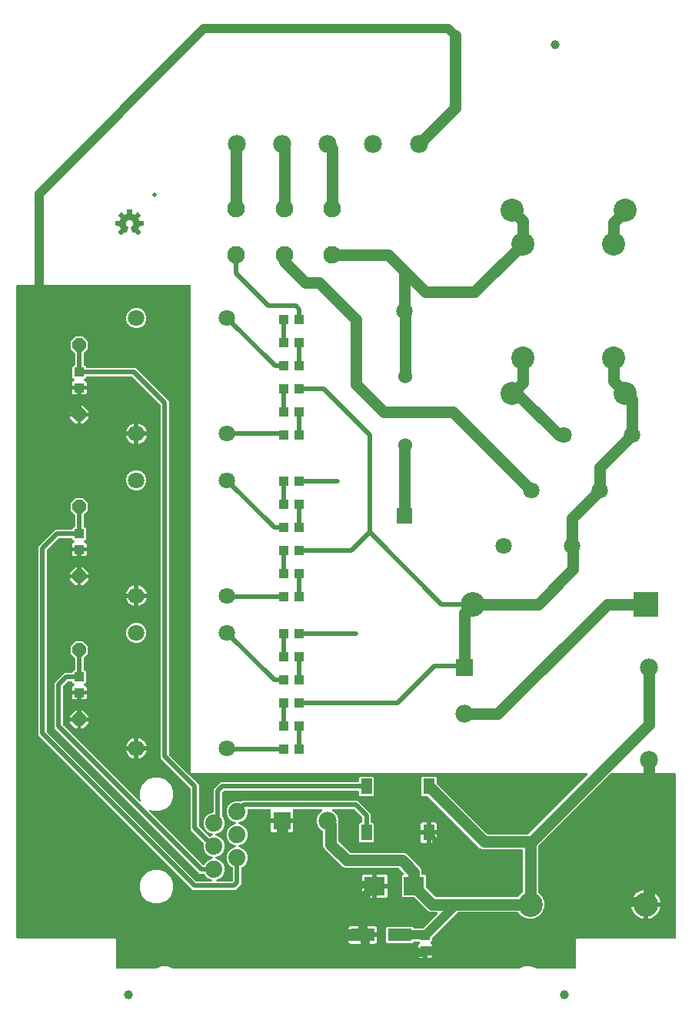
<source format=gtl>
G04 EAGLE Gerber RS-274X export*
G75*
%MOMM*%
%FSLAX34Y34*%
%LPD*%
%INTop Copper*%
%IPPOS*%
%AMOC8*
5,1,8,0,0,1.08239X$1,22.5*%
G01*
%ADD10C,1.800000*%
%ADD11C,1.879600*%
%ADD12P,1.583577X8X292.500000*%
%ADD13R,1.100000X1.000000*%
%ADD14R,1.000000X1.100000*%
%ADD15C,1.930400*%
%ADD16R,2.700000X2.700000*%
%ADD17C,2.700000*%
%ADD18R,1.980000X1.980000*%
%ADD19C,1.980000*%
%ADD20R,2.600000X1.400000*%
%ADD21R,2.250000X2.050000*%
%ADD22C,1.000000*%
%ADD23C,2.540000*%
%ADD24R,1.800000X1.800000*%
%ADD25C,1.530000*%
%ADD26R,1.270000X1.780000*%
%ADD27C,0.508000*%
%ADD28C,1.270000*%
%ADD29C,1.016000*%
%ADD30C,0.502400*%

G36*
X154261Y78743D02*
X154261Y78743D01*
X154360Y78746D01*
X154418Y78763D01*
X154478Y78771D01*
X154570Y78807D01*
X154665Y78835D01*
X154717Y78865D01*
X154774Y78888D01*
X154854Y78946D01*
X154939Y78996D01*
X155014Y79062D01*
X155031Y79074D01*
X155039Y79084D01*
X155060Y79103D01*
X155370Y79413D01*
X161618Y82001D01*
X168382Y82001D01*
X174630Y79413D01*
X174940Y79103D01*
X175018Y79042D01*
X175091Y78974D01*
X175144Y78945D01*
X175191Y78908D01*
X175282Y78868D01*
X175369Y78820D01*
X175428Y78805D01*
X175483Y78781D01*
X175581Y78766D01*
X175677Y78741D01*
X175777Y78735D01*
X175797Y78731D01*
X175810Y78733D01*
X175838Y78731D01*
X554162Y78731D01*
X554261Y78743D01*
X554360Y78746D01*
X554418Y78763D01*
X554478Y78771D01*
X554570Y78807D01*
X554665Y78835D01*
X554717Y78865D01*
X554774Y78888D01*
X554854Y78946D01*
X554939Y78996D01*
X555014Y79062D01*
X555031Y79074D01*
X555039Y79084D01*
X555060Y79103D01*
X555370Y79413D01*
X561618Y82001D01*
X568382Y82001D01*
X574630Y79413D01*
X574940Y79103D01*
X575018Y79042D01*
X575091Y78974D01*
X575144Y78945D01*
X575191Y78908D01*
X575282Y78868D01*
X575369Y78820D01*
X575428Y78805D01*
X575483Y78781D01*
X575581Y78766D01*
X575677Y78741D01*
X575777Y78735D01*
X575797Y78731D01*
X575810Y78733D01*
X575838Y78731D01*
X616730Y78731D01*
X616848Y78746D01*
X616967Y78753D01*
X617005Y78766D01*
X617046Y78771D01*
X617156Y78814D01*
X617269Y78851D01*
X617304Y78873D01*
X617341Y78888D01*
X617437Y78958D01*
X617538Y79021D01*
X617566Y79051D01*
X617599Y79074D01*
X617675Y79166D01*
X617756Y79253D01*
X617776Y79288D01*
X617801Y79319D01*
X617852Y79427D01*
X617910Y79531D01*
X617920Y79571D01*
X617937Y79607D01*
X617959Y79724D01*
X617989Y79839D01*
X617993Y79900D01*
X617997Y79920D01*
X617995Y79940D01*
X617999Y80000D01*
X617999Y110829D01*
X619171Y112001D01*
X726730Y112001D01*
X726848Y112016D01*
X726967Y112023D01*
X727005Y112036D01*
X727046Y112041D01*
X727156Y112084D01*
X727269Y112121D01*
X727304Y112143D01*
X727341Y112158D01*
X727437Y112227D01*
X727538Y112291D01*
X727566Y112321D01*
X727599Y112344D01*
X727675Y112436D01*
X727756Y112523D01*
X727776Y112558D01*
X727801Y112589D01*
X727852Y112697D01*
X727910Y112801D01*
X727920Y112841D01*
X727937Y112877D01*
X727959Y112994D01*
X727989Y113109D01*
X727993Y113169D01*
X727997Y113189D01*
X727995Y113210D01*
X727999Y113270D01*
X727999Y292860D01*
X727984Y292978D01*
X727977Y293097D01*
X727964Y293135D01*
X727959Y293176D01*
X727916Y293286D01*
X727879Y293399D01*
X727857Y293434D01*
X727842Y293471D01*
X727773Y293567D01*
X727709Y293668D01*
X727679Y293696D01*
X727656Y293729D01*
X727564Y293805D01*
X727477Y293886D01*
X727442Y293906D01*
X727411Y293931D01*
X727303Y293982D01*
X727199Y294040D01*
X727159Y294050D01*
X727123Y294067D01*
X727006Y294089D01*
X726891Y294119D01*
X726831Y294123D01*
X726811Y294127D01*
X726790Y294125D01*
X726730Y294129D01*
X657055Y294129D01*
X656957Y294117D01*
X656858Y294114D01*
X656800Y294097D01*
X656740Y294089D01*
X656648Y294053D01*
X656553Y294025D01*
X656501Y293995D01*
X656444Y293972D01*
X656364Y293914D01*
X656279Y293864D01*
X656203Y293798D01*
X656187Y293786D01*
X656179Y293776D01*
X656158Y293758D01*
X576722Y214322D01*
X576662Y214244D01*
X576594Y214172D01*
X576565Y214119D01*
X576528Y214071D01*
X576488Y213980D01*
X576440Y213893D01*
X576425Y213835D01*
X576401Y213779D01*
X576386Y213681D01*
X576361Y213585D01*
X576355Y213485D01*
X576351Y213465D01*
X576353Y213453D01*
X576351Y213425D01*
X576351Y163917D01*
X576363Y163819D01*
X576366Y163720D01*
X576383Y163662D01*
X576391Y163602D01*
X576427Y163509D01*
X576455Y163414D01*
X576485Y163362D01*
X576508Y163306D01*
X576566Y163226D01*
X576616Y163140D01*
X576682Y163065D01*
X576694Y163049D01*
X576704Y163041D01*
X576722Y163020D01*
X581133Y158609D01*
X583501Y152893D01*
X583501Y146707D01*
X581133Y140991D01*
X576759Y136617D01*
X571043Y134249D01*
X564857Y134249D01*
X559141Y136617D01*
X554730Y141028D01*
X554652Y141088D01*
X554580Y141156D01*
X554527Y141185D01*
X554479Y141222D01*
X554388Y141262D01*
X554302Y141310D01*
X554243Y141325D01*
X554187Y141349D01*
X554089Y141364D01*
X553994Y141389D01*
X553894Y141395D01*
X553873Y141399D01*
X553861Y141397D01*
X553833Y141399D01*
X488509Y141399D01*
X488411Y141387D01*
X488312Y141384D01*
X488254Y141367D01*
X488194Y141359D01*
X488102Y141323D01*
X488007Y141295D01*
X487954Y141265D01*
X487898Y141242D01*
X487818Y141184D01*
X487733Y141134D01*
X487657Y141068D01*
X487641Y141056D01*
X487633Y141046D01*
X487612Y141028D01*
X459622Y113038D01*
X459562Y112960D01*
X459494Y112888D01*
X459465Y112835D01*
X459428Y112787D01*
X459388Y112696D01*
X459340Y112609D01*
X459325Y112551D01*
X459301Y112495D01*
X459286Y112397D01*
X459261Y112301D01*
X459255Y112201D01*
X459251Y112181D01*
X459253Y112169D01*
X459251Y112141D01*
X459251Y109351D01*
X458264Y108364D01*
X458187Y108265D01*
X458105Y108170D01*
X458090Y108139D01*
X458069Y108113D01*
X458020Y107998D01*
X457964Y107885D01*
X457956Y107852D01*
X457943Y107821D01*
X457923Y107697D01*
X457897Y107574D01*
X457899Y107540D01*
X457893Y107507D01*
X457905Y107382D01*
X457910Y107256D01*
X457920Y107224D01*
X457923Y107190D01*
X457966Y107072D01*
X458002Y106952D01*
X458019Y106923D01*
X458031Y106891D01*
X458101Y106787D01*
X458166Y106679D01*
X458190Y106656D01*
X458209Y106628D01*
X458303Y106545D01*
X458393Y106457D01*
X458434Y106430D01*
X458448Y106417D01*
X458467Y106408D01*
X458527Y106368D01*
X458760Y106233D01*
X459233Y105760D01*
X459568Y105181D01*
X459741Y104534D01*
X459741Y101199D01*
X453430Y101199D01*
X453312Y101184D01*
X453193Y101177D01*
X453155Y101164D01*
X453115Y101159D01*
X453004Y101116D01*
X452891Y101079D01*
X452857Y101057D01*
X452819Y101042D01*
X452723Y100973D01*
X452622Y100909D01*
X452594Y100879D01*
X452562Y100856D01*
X452486Y100764D01*
X452404Y100677D01*
X452385Y100642D01*
X452359Y100611D01*
X452308Y100503D01*
X452251Y100399D01*
X452241Y100359D01*
X452223Y100323D01*
X452203Y100216D01*
X452199Y100246D01*
X452155Y100356D01*
X452119Y100469D01*
X452097Y100504D01*
X452082Y100541D01*
X452012Y100637D01*
X451949Y100738D01*
X451919Y100766D01*
X451895Y100799D01*
X451804Y100875D01*
X451717Y100956D01*
X451682Y100976D01*
X451650Y101001D01*
X451543Y101052D01*
X451438Y101110D01*
X451399Y101120D01*
X451363Y101137D01*
X451246Y101159D01*
X451130Y101189D01*
X451070Y101193D01*
X451050Y101197D01*
X451030Y101195D01*
X450970Y101199D01*
X444659Y101199D01*
X444659Y104534D01*
X444832Y105181D01*
X445167Y105760D01*
X445640Y106233D01*
X445873Y106368D01*
X445973Y106443D01*
X446077Y106514D01*
X446099Y106539D01*
X446126Y106560D01*
X446204Y106658D01*
X446287Y106753D01*
X446303Y106783D01*
X446324Y106809D01*
X446375Y106924D01*
X446432Y107036D01*
X446439Y107069D01*
X446453Y107099D01*
X446474Y107224D01*
X446502Y107346D01*
X446501Y107380D01*
X446506Y107413D01*
X446496Y107538D01*
X446492Y107664D01*
X446483Y107696D01*
X446480Y107730D01*
X446438Y107849D01*
X446404Y107969D01*
X446386Y107998D01*
X446375Y108030D01*
X446306Y108135D01*
X446242Y108243D01*
X446210Y108280D01*
X446200Y108295D01*
X446183Y108310D01*
X446136Y108364D01*
X445882Y108618D01*
X445804Y108678D01*
X445732Y108746D01*
X445679Y108775D01*
X445631Y108812D01*
X445540Y108852D01*
X445453Y108900D01*
X445395Y108915D01*
X445339Y108939D01*
X445241Y108954D01*
X445146Y108979D01*
X445045Y108985D01*
X445025Y108989D01*
X445013Y108987D01*
X444985Y108989D01*
X440635Y108989D01*
X440537Y108977D01*
X440438Y108974D01*
X440380Y108957D01*
X440320Y108949D01*
X440228Y108913D01*
X440132Y108885D01*
X440080Y108855D01*
X440024Y108832D01*
X439944Y108774D01*
X439859Y108724D01*
X439783Y108658D01*
X439767Y108646D01*
X439759Y108636D01*
X439738Y108618D01*
X438189Y107069D01*
X410491Y107069D01*
X409289Y108271D01*
X409289Y123969D01*
X410491Y125171D01*
X438189Y125171D01*
X439738Y123622D01*
X439816Y123562D01*
X439888Y123494D01*
X439941Y123465D01*
X439989Y123428D01*
X440080Y123388D01*
X440167Y123340D01*
X440225Y123325D01*
X440281Y123301D01*
X440379Y123286D01*
X440475Y123261D01*
X440575Y123255D01*
X440595Y123251D01*
X440607Y123253D01*
X440635Y123251D01*
X449141Y123251D01*
X449239Y123263D01*
X449338Y123266D01*
X449396Y123283D01*
X449456Y123291D01*
X449548Y123327D01*
X449643Y123355D01*
X449696Y123385D01*
X449752Y123408D01*
X449832Y123466D01*
X449917Y123516D01*
X449993Y123582D01*
X450009Y123594D01*
X450017Y123604D01*
X450038Y123622D01*
X465648Y139233D01*
X465733Y139342D01*
X465822Y139449D01*
X465831Y139468D01*
X465843Y139484D01*
X465899Y139612D01*
X465958Y139737D01*
X465961Y139757D01*
X465969Y139776D01*
X465991Y139914D01*
X466017Y140050D01*
X466016Y140070D01*
X466019Y140090D01*
X466006Y140229D01*
X465998Y140367D01*
X465991Y140386D01*
X465989Y140406D01*
X465942Y140538D01*
X465900Y140669D01*
X465889Y140687D01*
X465882Y140706D01*
X465804Y140821D01*
X465729Y140938D01*
X465715Y140952D01*
X465703Y140969D01*
X465599Y141061D01*
X465498Y141156D01*
X465480Y141166D01*
X465465Y141179D01*
X465341Y141242D01*
X465219Y141310D01*
X465200Y141315D01*
X465182Y141324D01*
X465046Y141354D01*
X464911Y141389D01*
X464883Y141391D01*
X464871Y141394D01*
X464851Y141393D01*
X464751Y141399D01*
X458149Y141399D01*
X455061Y142678D01*
X452520Y145220D01*
X440372Y157368D01*
X440294Y157428D01*
X440222Y157496D01*
X440169Y157525D01*
X440121Y157562D01*
X440030Y157602D01*
X439943Y157650D01*
X439885Y157665D01*
X439829Y157689D01*
X439731Y157704D01*
X439635Y157729D01*
X439535Y157735D01*
X439515Y157739D01*
X439503Y157737D01*
X439475Y157739D01*
X427481Y157739D01*
X426279Y158941D01*
X426279Y181139D01*
X427481Y182341D01*
X427555Y182341D01*
X427692Y182358D01*
X427831Y182371D01*
X427850Y182378D01*
X427870Y182381D01*
X427999Y182432D01*
X428130Y182479D01*
X428147Y182490D01*
X428166Y182498D01*
X428278Y182579D01*
X428393Y182657D01*
X428407Y182673D01*
X428423Y182684D01*
X428512Y182792D01*
X428604Y182896D01*
X428613Y182914D01*
X428626Y182929D01*
X428685Y183055D01*
X428748Y183179D01*
X428753Y183199D01*
X428762Y183217D01*
X428788Y183353D01*
X428818Y183489D01*
X428817Y183510D01*
X428821Y183529D01*
X428813Y183668D01*
X428808Y183807D01*
X428803Y183827D01*
X428802Y183847D01*
X428759Y183979D01*
X428720Y184113D01*
X428710Y184130D01*
X428704Y184149D01*
X428629Y184267D01*
X428558Y184387D01*
X428540Y184408D01*
X428533Y184418D01*
X428518Y184432D01*
X428452Y184507D01*
X423612Y189348D01*
X423534Y189408D01*
X423462Y189476D01*
X423409Y189505D01*
X423361Y189542D01*
X423270Y189582D01*
X423183Y189630D01*
X423125Y189645D01*
X423069Y189669D01*
X422971Y189684D01*
X422875Y189709D01*
X422775Y189715D01*
X422755Y189719D01*
X422743Y189717D01*
X422715Y189719D01*
X364089Y189719D01*
X361001Y190998D01*
X341018Y210981D01*
X339739Y214069D01*
X339739Y229664D01*
X339736Y229693D01*
X339738Y229723D01*
X339716Y229851D01*
X339699Y229980D01*
X339689Y230007D01*
X339684Y230036D01*
X339630Y230155D01*
X339582Y230275D01*
X339565Y230299D01*
X339553Y230326D01*
X339472Y230428D01*
X339396Y230533D01*
X339373Y230552D01*
X339354Y230575D01*
X339251Y230653D01*
X339151Y230736D01*
X339124Y230748D01*
X339100Y230766D01*
X338956Y230837D01*
X337430Y231469D01*
X334069Y234830D01*
X332249Y239223D01*
X332249Y243977D01*
X334069Y248370D01*
X337430Y251731D01*
X338193Y252047D01*
X338254Y252082D01*
X338319Y252108D01*
X338392Y252160D01*
X338470Y252205D01*
X338520Y252253D01*
X338576Y252294D01*
X338634Y252364D01*
X338698Y252426D01*
X338735Y252486D01*
X338779Y252539D01*
X338817Y252621D01*
X338864Y252697D01*
X338885Y252764D01*
X338915Y252827D01*
X338932Y252915D01*
X338958Y253001D01*
X338961Y253071D01*
X338974Y253140D01*
X338969Y253229D01*
X338973Y253319D01*
X338959Y253387D01*
X338955Y253457D01*
X338927Y253542D01*
X338909Y253630D01*
X338878Y253693D01*
X338857Y253759D01*
X338809Y253835D01*
X338769Y253916D01*
X338724Y253969D01*
X338687Y254028D01*
X338621Y254090D01*
X338563Y254158D01*
X338506Y254198D01*
X338455Y254246D01*
X338376Y254289D01*
X338303Y254341D01*
X338237Y254366D01*
X338176Y254400D01*
X338090Y254422D01*
X338005Y254454D01*
X337936Y254462D01*
X337868Y254479D01*
X337708Y254489D01*
X307506Y254489D01*
X307375Y254473D01*
X307243Y254462D01*
X307217Y254453D01*
X307191Y254449D01*
X307068Y254401D01*
X306943Y254357D01*
X306920Y254342D01*
X306895Y254332D01*
X306788Y254255D01*
X306678Y254181D01*
X306660Y254161D01*
X306638Y254146D01*
X306553Y254044D01*
X306465Y253945D01*
X306452Y253921D01*
X306435Y253901D01*
X306379Y253781D01*
X306317Y253663D01*
X306311Y253637D01*
X306299Y253613D01*
X306275Y253483D01*
X306244Y253354D01*
X306245Y253327D01*
X306240Y253301D01*
X306248Y253169D01*
X306250Y253036D01*
X306258Y253010D01*
X306259Y252983D01*
X306300Y252858D01*
X306336Y252730D01*
X306353Y252695D01*
X306357Y252681D01*
X306369Y252662D01*
X306407Y252585D01*
X306468Y252481D01*
X306641Y251834D01*
X306641Y244139D01*
X295470Y244139D01*
X295352Y244124D01*
X295233Y244117D01*
X295195Y244104D01*
X295155Y244099D01*
X295044Y244056D01*
X294931Y244019D01*
X294897Y243997D01*
X294859Y243982D01*
X294763Y243912D01*
X294662Y243849D01*
X294634Y243819D01*
X294602Y243795D01*
X294526Y243704D01*
X294444Y243617D01*
X294425Y243582D01*
X294399Y243551D01*
X294348Y243443D01*
X294291Y243339D01*
X294280Y243299D01*
X294263Y243263D01*
X294241Y243146D01*
X294211Y243031D01*
X294207Y242970D01*
X294203Y242950D01*
X294205Y242930D01*
X294201Y242870D01*
X294201Y241599D01*
X294199Y241599D01*
X294199Y242870D01*
X294184Y242988D01*
X294177Y243107D01*
X294164Y243145D01*
X294159Y243185D01*
X294115Y243296D01*
X294079Y243409D01*
X294057Y243444D01*
X294042Y243481D01*
X293972Y243577D01*
X293909Y243678D01*
X293879Y243706D01*
X293855Y243739D01*
X293764Y243814D01*
X293677Y243896D01*
X293642Y243916D01*
X293610Y243941D01*
X293503Y243992D01*
X293398Y244050D01*
X293359Y244060D01*
X293323Y244077D01*
X293206Y244099D01*
X293091Y244129D01*
X293030Y244133D01*
X293010Y244137D01*
X292990Y244135D01*
X292930Y244139D01*
X281759Y244139D01*
X281759Y251834D01*
X281932Y252481D01*
X281993Y252585D01*
X282044Y252707D01*
X282101Y252827D01*
X282106Y252854D01*
X282116Y252879D01*
X282135Y253010D01*
X282160Y253140D01*
X282159Y253166D01*
X282163Y253193D01*
X282149Y253325D01*
X282141Y253457D01*
X282132Y253483D01*
X282129Y253509D01*
X282083Y253634D01*
X282043Y253759D01*
X282028Y253782D01*
X282019Y253808D01*
X281943Y253916D01*
X281872Y254028D01*
X281853Y254047D01*
X281837Y254069D01*
X281737Y254155D01*
X281641Y254246D01*
X281617Y254259D01*
X281597Y254277D01*
X281478Y254336D01*
X281362Y254400D01*
X281336Y254406D01*
X281312Y254418D01*
X281182Y254446D01*
X281054Y254479D01*
X281016Y254481D01*
X281001Y254485D01*
X280979Y254484D01*
X280894Y254489D01*
X257738Y254489D01*
X257620Y254474D01*
X257501Y254467D01*
X257463Y254454D01*
X257422Y254449D01*
X257312Y254406D01*
X257199Y254369D01*
X257164Y254347D01*
X257127Y254332D01*
X257031Y254263D01*
X256930Y254199D01*
X256902Y254169D01*
X256869Y254146D01*
X256793Y254054D01*
X256712Y253967D01*
X256692Y253932D01*
X256667Y253901D01*
X256616Y253793D01*
X256558Y253689D01*
X256548Y253649D01*
X256531Y253613D01*
X256509Y253496D01*
X256479Y253381D01*
X256475Y253321D01*
X256471Y253301D01*
X256473Y253280D01*
X256469Y253220D01*
X256469Y249513D01*
X254726Y245305D01*
X251505Y242084D01*
X247107Y240263D01*
X246987Y240194D01*
X246864Y240129D01*
X246849Y240115D01*
X246831Y240105D01*
X246731Y240008D01*
X246628Y239915D01*
X246617Y239898D01*
X246603Y239884D01*
X246530Y239766D01*
X246454Y239649D01*
X246447Y239630D01*
X246437Y239613D01*
X246396Y239480D01*
X246350Y239348D01*
X246349Y239328D01*
X246343Y239309D01*
X246336Y239170D01*
X246325Y239031D01*
X246329Y239011D01*
X246328Y238991D01*
X246356Y238855D01*
X246380Y238718D01*
X246388Y238699D01*
X246392Y238680D01*
X246453Y238555D01*
X246510Y238428D01*
X246523Y238412D01*
X246532Y238394D01*
X246622Y238288D01*
X246709Y238180D01*
X246725Y238167D01*
X246738Y238152D01*
X246852Y238072D01*
X246963Y237988D01*
X246988Y237976D01*
X246998Y237969D01*
X247017Y237962D01*
X247107Y237917D01*
X251505Y236096D01*
X254726Y232875D01*
X256469Y228667D01*
X256469Y224113D01*
X254726Y219905D01*
X251505Y216684D01*
X247107Y214863D01*
X246987Y214794D01*
X246864Y214729D01*
X246849Y214715D01*
X246831Y214705D01*
X246731Y214608D01*
X246628Y214515D01*
X246617Y214498D01*
X246603Y214484D01*
X246530Y214366D01*
X246454Y214249D01*
X246447Y214230D01*
X246437Y214213D01*
X246396Y214080D01*
X246350Y213948D01*
X246349Y213928D01*
X246343Y213909D01*
X246336Y213770D01*
X246325Y213631D01*
X246329Y213611D01*
X246328Y213591D01*
X246356Y213455D01*
X246380Y213318D01*
X246388Y213299D01*
X246392Y213280D01*
X246453Y213155D01*
X246510Y213028D01*
X246523Y213012D01*
X246532Y212994D01*
X246622Y212888D01*
X246709Y212780D01*
X246725Y212767D01*
X246738Y212752D01*
X246852Y212672D01*
X246963Y212588D01*
X246988Y212576D01*
X246998Y212569D01*
X247017Y212562D01*
X247107Y212517D01*
X251505Y210696D01*
X254726Y207475D01*
X256469Y203267D01*
X256469Y198713D01*
X254726Y194505D01*
X251505Y191284D01*
X250394Y190824D01*
X250369Y190809D01*
X250341Y190800D01*
X250231Y190731D01*
X250118Y190667D01*
X250097Y190646D01*
X250072Y190630D01*
X249983Y190536D01*
X249890Y190445D01*
X249874Y190420D01*
X249854Y190399D01*
X249791Y190285D01*
X249723Y190174D01*
X249715Y190146D01*
X249700Y190120D01*
X249668Y189994D01*
X249630Y189870D01*
X249628Y189841D01*
X249621Y189812D01*
X249611Y189651D01*
X249611Y171998D01*
X243202Y165589D01*
X196218Y165589D01*
X25889Y335918D01*
X25889Y542922D01*
X44698Y561731D01*
X62300Y561731D01*
X62418Y561746D01*
X62537Y561753D01*
X62575Y561766D01*
X62616Y561771D01*
X62726Y561814D01*
X62839Y561851D01*
X62874Y561873D01*
X62911Y561888D01*
X63007Y561957D01*
X63108Y562021D01*
X63136Y562051D01*
X63169Y562074D01*
X63245Y562166D01*
X63326Y562253D01*
X63346Y562288D01*
X63371Y562319D01*
X63422Y562427D01*
X63480Y562531D01*
X63490Y562571D01*
X63507Y562607D01*
X63529Y562724D01*
X63559Y562839D01*
X63563Y562899D01*
X63567Y562919D01*
X63565Y562940D01*
X63569Y562989D01*
X64771Y564191D01*
X65260Y564191D01*
X65378Y564206D01*
X65497Y564213D01*
X65535Y564226D01*
X65576Y564231D01*
X65686Y564274D01*
X65799Y564311D01*
X65834Y564333D01*
X65871Y564348D01*
X65967Y564417D01*
X66068Y564481D01*
X66096Y564511D01*
X66129Y564534D01*
X66205Y564626D01*
X66286Y564713D01*
X66306Y564748D01*
X66331Y564779D01*
X66382Y564887D01*
X66440Y564991D01*
X66450Y565031D01*
X66467Y565067D01*
X66489Y565184D01*
X66519Y565299D01*
X66523Y565359D01*
X66527Y565379D01*
X66525Y565400D01*
X66529Y565460D01*
X66529Y577560D01*
X66517Y577658D01*
X66514Y577757D01*
X66507Y577780D01*
X66507Y577783D01*
X66501Y577802D01*
X66497Y577815D01*
X66489Y577875D01*
X66453Y577967D01*
X66425Y578062D01*
X66395Y578114D01*
X66372Y578171D01*
X66314Y578251D01*
X66264Y578336D01*
X66198Y578412D01*
X66186Y578428D01*
X66176Y578436D01*
X66158Y578457D01*
X61754Y582861D01*
X61754Y590619D01*
X67241Y596106D01*
X74999Y596106D01*
X80486Y590619D01*
X80486Y582861D01*
X76082Y578457D01*
X76022Y578379D01*
X75954Y578307D01*
X75925Y578254D01*
X75888Y578206D01*
X75848Y578115D01*
X75800Y578028D01*
X75785Y577970D01*
X75761Y577914D01*
X75746Y577816D01*
X75721Y577720D01*
X75716Y577640D01*
X75713Y577627D01*
X75714Y577616D01*
X75711Y577600D01*
X75713Y577588D01*
X75711Y577560D01*
X75711Y565460D01*
X75726Y565342D01*
X75733Y565223D01*
X75746Y565185D01*
X75751Y565144D01*
X75794Y565034D01*
X75831Y564921D01*
X75853Y564886D01*
X75868Y564849D01*
X75937Y564753D01*
X76001Y564652D01*
X76031Y564624D01*
X76054Y564591D01*
X76146Y564515D01*
X76233Y564434D01*
X76268Y564414D01*
X76299Y564389D01*
X76407Y564338D01*
X76511Y564280D01*
X76551Y564270D01*
X76587Y564253D01*
X76704Y564231D01*
X76819Y564201D01*
X76879Y564197D01*
X76899Y564193D01*
X76920Y564195D01*
X76980Y564191D01*
X77469Y564191D01*
X78671Y562989D01*
X78671Y551291D01*
X77450Y550070D01*
X77304Y550053D01*
X77298Y550050D01*
X77291Y550049D01*
X77149Y549993D01*
X77007Y549939D01*
X77002Y549935D01*
X76995Y549932D01*
X76873Y549843D01*
X76748Y549755D01*
X76743Y549749D01*
X76738Y549746D01*
X76641Y549629D01*
X76542Y549512D01*
X76540Y549506D01*
X76535Y549501D01*
X76471Y549364D01*
X76404Y549226D01*
X76402Y549219D01*
X76400Y549213D01*
X76371Y549065D01*
X76341Y548914D01*
X76341Y548907D01*
X76340Y548901D01*
X76349Y548749D01*
X76357Y548596D01*
X76359Y548590D01*
X76360Y548583D01*
X76407Y548438D01*
X76452Y548293D01*
X76456Y548287D01*
X76458Y548281D01*
X76540Y548151D01*
X76619Y548022D01*
X76624Y548018D01*
X76628Y548012D01*
X76739Y547907D01*
X76849Y547802D01*
X76855Y547799D01*
X76859Y547794D01*
X76993Y547721D01*
X77126Y547645D01*
X77134Y547643D01*
X77138Y547640D01*
X77148Y547638D01*
X77278Y547594D01*
X77601Y547508D01*
X78180Y547173D01*
X78653Y546700D01*
X78988Y546121D01*
X79161Y545474D01*
X79161Y542639D01*
X72350Y542639D01*
X72232Y542624D01*
X72113Y542617D01*
X72075Y542604D01*
X72035Y542599D01*
X71924Y542556D01*
X71811Y542519D01*
X71777Y542497D01*
X71739Y542482D01*
X71643Y542413D01*
X71542Y542349D01*
X71514Y542319D01*
X71482Y542296D01*
X71406Y542204D01*
X71324Y542117D01*
X71305Y542082D01*
X71279Y542051D01*
X71228Y541943D01*
X71171Y541839D01*
X71161Y541799D01*
X71143Y541763D01*
X71123Y541656D01*
X71119Y541686D01*
X71075Y541796D01*
X71039Y541909D01*
X71017Y541944D01*
X71002Y541981D01*
X70932Y542077D01*
X70869Y542178D01*
X70839Y542206D01*
X70815Y542239D01*
X70724Y542315D01*
X70637Y542396D01*
X70602Y542416D01*
X70570Y542441D01*
X70463Y542492D01*
X70358Y542550D01*
X70319Y542560D01*
X70283Y542577D01*
X70166Y542599D01*
X70050Y542629D01*
X69990Y542633D01*
X69970Y542637D01*
X69950Y542635D01*
X69890Y542639D01*
X63079Y542639D01*
X63079Y545474D01*
X63252Y546121D01*
X63587Y546700D01*
X64060Y547173D01*
X64639Y547508D01*
X64962Y547594D01*
X65104Y547652D01*
X65245Y547708D01*
X65250Y547712D01*
X65256Y547714D01*
X65378Y547805D01*
X65502Y547894D01*
X65506Y547900D01*
X65512Y547904D01*
X65606Y548021D01*
X65705Y548139D01*
X65708Y548146D01*
X65712Y548151D01*
X65776Y548290D01*
X65840Y548427D01*
X65842Y548434D01*
X65844Y548440D01*
X65872Y548591D01*
X65900Y548740D01*
X65900Y548746D01*
X65901Y548753D01*
X65890Y548903D01*
X65880Y549057D01*
X65878Y549063D01*
X65878Y549070D01*
X65829Y549216D01*
X65782Y549359D01*
X65779Y549365D01*
X65777Y549372D01*
X65693Y549500D01*
X65612Y549628D01*
X65607Y549633D01*
X65604Y549638D01*
X65492Y549741D01*
X65381Y549846D01*
X65375Y549849D01*
X65370Y549854D01*
X65236Y549926D01*
X65102Y550000D01*
X65096Y550001D01*
X65090Y550004D01*
X64941Y550041D01*
X64794Y550079D01*
X64785Y550080D01*
X64781Y550081D01*
X64779Y550081D01*
X63568Y551292D01*
X63554Y551398D01*
X63547Y551517D01*
X63534Y551555D01*
X63529Y551596D01*
X63486Y551706D01*
X63449Y551819D01*
X63427Y551854D01*
X63412Y551891D01*
X63343Y551987D01*
X63279Y552088D01*
X63249Y552116D01*
X63226Y552149D01*
X63134Y552225D01*
X63047Y552306D01*
X63012Y552326D01*
X62981Y552351D01*
X62873Y552402D01*
X62769Y552460D01*
X62729Y552470D01*
X62693Y552487D01*
X62576Y552509D01*
X62461Y552539D01*
X62401Y552543D01*
X62381Y552547D01*
X62360Y552545D01*
X62300Y552549D01*
X49027Y552549D01*
X48929Y552537D01*
X48830Y552534D01*
X48772Y552517D01*
X48712Y552509D01*
X48620Y552473D01*
X48525Y552445D01*
X48472Y552415D01*
X48416Y552392D01*
X48336Y552334D01*
X48251Y552284D01*
X48175Y552218D01*
X48159Y552206D01*
X48151Y552196D01*
X48130Y552178D01*
X35442Y539490D01*
X35382Y539412D01*
X35314Y539340D01*
X35285Y539287D01*
X35248Y539239D01*
X35208Y539148D01*
X35160Y539061D01*
X35145Y539003D01*
X35121Y538947D01*
X35106Y538849D01*
X35081Y538753D01*
X35075Y538653D01*
X35071Y538633D01*
X35073Y538621D01*
X35071Y538593D01*
X35071Y340247D01*
X35083Y340149D01*
X35086Y340050D01*
X35103Y339992D01*
X35111Y339932D01*
X35147Y339840D01*
X35175Y339745D01*
X35205Y339692D01*
X35228Y339636D01*
X35286Y339556D01*
X35336Y339471D01*
X35402Y339395D01*
X35414Y339379D01*
X35424Y339371D01*
X35442Y339350D01*
X199650Y175142D01*
X199728Y175082D01*
X199800Y175014D01*
X199853Y174985D01*
X199901Y174948D01*
X199992Y174908D01*
X200079Y174860D01*
X200137Y174845D01*
X200193Y174821D01*
X200291Y174806D01*
X200387Y174781D01*
X200487Y174775D01*
X200507Y174771D01*
X200519Y174773D01*
X200547Y174771D01*
X215960Y174771D01*
X216030Y174779D01*
X216100Y174778D01*
X216187Y174799D01*
X216276Y174811D01*
X216341Y174836D01*
X216409Y174853D01*
X216488Y174895D01*
X216572Y174928D01*
X216628Y174969D01*
X216690Y175001D01*
X216756Y175062D01*
X216829Y175114D01*
X216874Y175168D01*
X216925Y175215D01*
X216975Y175290D01*
X217032Y175359D01*
X217062Y175423D01*
X217100Y175481D01*
X217129Y175566D01*
X217167Y175647D01*
X217180Y175716D01*
X217203Y175782D01*
X217210Y175871D01*
X217227Y175959D01*
X217223Y176029D01*
X217228Y176099D01*
X217213Y176187D01*
X217207Y176277D01*
X217186Y176343D01*
X217174Y176412D01*
X217137Y176494D01*
X217109Y176579D01*
X217072Y176638D01*
X217043Y176702D01*
X216987Y176772D01*
X216939Y176848D01*
X216888Y176896D01*
X216845Y176950D01*
X216773Y177005D01*
X216708Y177066D01*
X216647Y177100D01*
X216591Y177142D01*
X216446Y177213D01*
X213135Y178584D01*
X209914Y181805D01*
X209454Y182916D01*
X209439Y182941D01*
X209430Y182969D01*
X209361Y183079D01*
X209297Y183192D01*
X209276Y183213D01*
X209260Y183238D01*
X209166Y183327D01*
X209075Y183420D01*
X209050Y183436D01*
X209029Y183456D01*
X208915Y183519D01*
X208804Y183587D01*
X208776Y183595D01*
X208750Y183610D01*
X208624Y183642D01*
X208500Y183680D01*
X208471Y183682D01*
X208442Y183689D01*
X208281Y183699D01*
X203508Y183699D01*
X43669Y343538D01*
X43669Y393062D01*
X54858Y404251D01*
X62300Y404251D01*
X62418Y404266D01*
X62537Y404273D01*
X62575Y404286D01*
X62616Y404291D01*
X62726Y404334D01*
X62839Y404371D01*
X62874Y404393D01*
X62911Y404408D01*
X63007Y404477D01*
X63108Y404541D01*
X63136Y404571D01*
X63169Y404594D01*
X63245Y404686D01*
X63326Y404773D01*
X63346Y404808D01*
X63371Y404839D01*
X63422Y404947D01*
X63480Y405051D01*
X63490Y405091D01*
X63507Y405127D01*
X63529Y405244D01*
X63559Y405359D01*
X63563Y405419D01*
X63567Y405439D01*
X63565Y405460D01*
X63569Y405509D01*
X64771Y406711D01*
X65260Y406711D01*
X65378Y406726D01*
X65497Y406733D01*
X65535Y406746D01*
X65576Y406751D01*
X65686Y406794D01*
X65799Y406831D01*
X65834Y406853D01*
X65871Y406868D01*
X65967Y406937D01*
X66068Y407001D01*
X66096Y407031D01*
X66129Y407054D01*
X66205Y407146D01*
X66286Y407233D01*
X66306Y407268D01*
X66331Y407299D01*
X66382Y407407D01*
X66440Y407511D01*
X66450Y407551D01*
X66467Y407587D01*
X66489Y407704D01*
X66519Y407819D01*
X66523Y407879D01*
X66527Y407899D01*
X66525Y407920D01*
X66529Y407980D01*
X66529Y420080D01*
X66517Y420178D01*
X66514Y420277D01*
X66497Y420335D01*
X66489Y420395D01*
X66453Y420487D01*
X66425Y420582D01*
X66395Y420634D01*
X66372Y420691D01*
X66314Y420771D01*
X66264Y420856D01*
X66198Y420932D01*
X66186Y420948D01*
X66176Y420956D01*
X66158Y420977D01*
X61754Y425381D01*
X61754Y433139D01*
X67241Y438626D01*
X74999Y438626D01*
X80486Y433139D01*
X80486Y425381D01*
X76082Y420977D01*
X76022Y420899D01*
X75954Y420827D01*
X75925Y420774D01*
X75888Y420726D01*
X75848Y420635D01*
X75800Y420548D01*
X75785Y420490D01*
X75761Y420434D01*
X75746Y420336D01*
X75721Y420240D01*
X75715Y420140D01*
X75711Y420120D01*
X75713Y420108D01*
X75711Y420080D01*
X75711Y407980D01*
X75726Y407862D01*
X75733Y407743D01*
X75746Y407705D01*
X75751Y407664D01*
X75794Y407554D01*
X75831Y407441D01*
X75853Y407406D01*
X75868Y407369D01*
X75937Y407273D01*
X76001Y407172D01*
X76031Y407144D01*
X76054Y407111D01*
X76146Y407035D01*
X76233Y406954D01*
X76268Y406934D01*
X76299Y406909D01*
X76407Y406858D01*
X76511Y406800D01*
X76551Y406790D01*
X76587Y406773D01*
X76704Y406751D01*
X76819Y406721D01*
X76879Y406717D01*
X76899Y406713D01*
X76920Y406715D01*
X76980Y406711D01*
X77469Y406711D01*
X78671Y405509D01*
X78671Y393811D01*
X77450Y392590D01*
X77304Y392573D01*
X77298Y392570D01*
X77291Y392569D01*
X77149Y392513D01*
X77007Y392459D01*
X77002Y392455D01*
X76995Y392452D01*
X76872Y392363D01*
X76748Y392275D01*
X76743Y392269D01*
X76738Y392266D01*
X76641Y392148D01*
X76542Y392032D01*
X76539Y392026D01*
X76535Y392021D01*
X76470Y391883D01*
X76404Y391746D01*
X76402Y391739D01*
X76400Y391733D01*
X76371Y391585D01*
X76341Y391434D01*
X76341Y391427D01*
X76340Y391421D01*
X76349Y391270D01*
X76357Y391116D01*
X76359Y391110D01*
X76360Y391103D01*
X76406Y390959D01*
X76452Y390813D01*
X76456Y390807D01*
X76458Y390801D01*
X76540Y390671D01*
X76619Y390542D01*
X76624Y390538D01*
X76628Y390532D01*
X76739Y390427D01*
X76849Y390322D01*
X76854Y390319D01*
X76859Y390314D01*
X76993Y390240D01*
X77126Y390165D01*
X77134Y390163D01*
X77138Y390160D01*
X77148Y390158D01*
X77278Y390114D01*
X77601Y390028D01*
X78180Y389693D01*
X78653Y389220D01*
X78988Y388641D01*
X79161Y387994D01*
X79161Y385159D01*
X72350Y385159D01*
X72232Y385144D01*
X72113Y385137D01*
X72075Y385124D01*
X72035Y385119D01*
X71924Y385076D01*
X71811Y385039D01*
X71777Y385017D01*
X71739Y385002D01*
X71643Y384933D01*
X71542Y384869D01*
X71514Y384839D01*
X71482Y384816D01*
X71406Y384724D01*
X71324Y384637D01*
X71305Y384602D01*
X71279Y384571D01*
X71228Y384463D01*
X71171Y384359D01*
X71161Y384319D01*
X71143Y384283D01*
X71123Y384176D01*
X71119Y384206D01*
X71075Y384316D01*
X71039Y384429D01*
X71017Y384464D01*
X71002Y384501D01*
X70932Y384597D01*
X70869Y384698D01*
X70839Y384726D01*
X70815Y384759D01*
X70724Y384835D01*
X70637Y384916D01*
X70602Y384936D01*
X70570Y384961D01*
X70463Y385012D01*
X70358Y385070D01*
X70319Y385080D01*
X70283Y385097D01*
X70166Y385119D01*
X70050Y385149D01*
X69990Y385153D01*
X69970Y385157D01*
X69950Y385155D01*
X69890Y385159D01*
X63079Y385159D01*
X63079Y387994D01*
X63252Y388641D01*
X63587Y389220D01*
X64060Y389693D01*
X64639Y390028D01*
X64962Y390114D01*
X65103Y390172D01*
X65245Y390228D01*
X65250Y390232D01*
X65256Y390234D01*
X65378Y390324D01*
X65502Y390414D01*
X65506Y390420D01*
X65512Y390424D01*
X65606Y390540D01*
X65705Y390659D01*
X65708Y390666D01*
X65712Y390671D01*
X65775Y390809D01*
X65840Y390947D01*
X65842Y390954D01*
X65844Y390960D01*
X65872Y391111D01*
X65900Y391260D01*
X65900Y391266D01*
X65901Y391273D01*
X65890Y391423D01*
X65880Y391577D01*
X65878Y391583D01*
X65878Y391590D01*
X65829Y391734D01*
X65782Y391879D01*
X65779Y391885D01*
X65777Y391892D01*
X65695Y392018D01*
X65612Y392148D01*
X65607Y392153D01*
X65604Y392158D01*
X65492Y392262D01*
X65381Y392366D01*
X65375Y392369D01*
X65370Y392374D01*
X65236Y392446D01*
X65102Y392520D01*
X65096Y392521D01*
X65090Y392524D01*
X64942Y392561D01*
X64794Y392599D01*
X64785Y392600D01*
X64781Y392601D01*
X64779Y392601D01*
X63568Y393812D01*
X63554Y393918D01*
X63547Y394037D01*
X63534Y394075D01*
X63529Y394116D01*
X63486Y394226D01*
X63449Y394339D01*
X63427Y394374D01*
X63412Y394411D01*
X63343Y394507D01*
X63279Y394608D01*
X63249Y394636D01*
X63226Y394669D01*
X63134Y394745D01*
X63047Y394826D01*
X63012Y394846D01*
X62981Y394871D01*
X62873Y394922D01*
X62769Y394980D01*
X62729Y394990D01*
X62693Y395007D01*
X62576Y395029D01*
X62461Y395059D01*
X62401Y395063D01*
X62381Y395067D01*
X62360Y395065D01*
X62300Y395069D01*
X59187Y395069D01*
X59089Y395057D01*
X58990Y395054D01*
X58932Y395037D01*
X58872Y395029D01*
X58780Y394993D01*
X58685Y394965D01*
X58632Y394935D01*
X58576Y394912D01*
X58496Y394854D01*
X58411Y394804D01*
X58335Y394738D01*
X58319Y394726D01*
X58311Y394716D01*
X58290Y394698D01*
X53222Y389630D01*
X53162Y389552D01*
X53094Y389480D01*
X53065Y389427D01*
X53028Y389379D01*
X52988Y389288D01*
X52940Y389201D01*
X52925Y389143D01*
X52901Y389087D01*
X52886Y388989D01*
X52861Y388893D01*
X52855Y388793D01*
X52851Y388773D01*
X52853Y388761D01*
X52851Y388733D01*
X52851Y347867D01*
X52863Y347769D01*
X52866Y347670D01*
X52883Y347612D01*
X52891Y347552D01*
X52927Y347460D01*
X52955Y347365D01*
X52985Y347312D01*
X53008Y347256D01*
X53066Y347176D01*
X53116Y347091D01*
X53182Y347015D01*
X53194Y346999D01*
X53204Y346991D01*
X53222Y346970D01*
X136802Y263391D01*
X136857Y263348D01*
X136905Y263298D01*
X136982Y263251D01*
X137053Y263196D01*
X137117Y263168D01*
X137176Y263132D01*
X137262Y263105D01*
X137345Y263069D01*
X137414Y263058D01*
X137480Y263038D01*
X137570Y263034D01*
X137659Y263020D01*
X137728Y263026D01*
X137798Y263023D01*
X137886Y263041D01*
X137975Y263049D01*
X138041Y263073D01*
X138109Y263087D01*
X138190Y263127D01*
X138275Y263157D01*
X138332Y263196D01*
X138395Y263227D01*
X138464Y263285D01*
X138538Y263336D01*
X138584Y263388D01*
X138637Y263433D01*
X138689Y263507D01*
X138748Y263574D01*
X138780Y263636D01*
X138820Y263693D01*
X138852Y263777D01*
X138893Y263857D01*
X138908Y263925D01*
X138933Y263991D01*
X138943Y264080D01*
X138963Y264168D01*
X138960Y264237D01*
X138968Y264307D01*
X138956Y264396D01*
X138953Y264485D01*
X138934Y264552D01*
X138924Y264622D01*
X138872Y264774D01*
X137863Y267208D01*
X137863Y274472D01*
X140643Y281182D01*
X145778Y286317D01*
X152488Y289097D01*
X159752Y289097D01*
X166462Y286317D01*
X171597Y281182D01*
X174377Y274472D01*
X174377Y267208D01*
X171597Y260498D01*
X166462Y255363D01*
X159752Y252583D01*
X152488Y252583D01*
X150054Y253592D01*
X149987Y253610D01*
X149923Y253638D01*
X149834Y253652D01*
X149747Y253676D01*
X149677Y253677D01*
X149608Y253688D01*
X149519Y253679D01*
X149429Y253681D01*
X149361Y253664D01*
X149292Y253658D01*
X149207Y253628D01*
X149120Y253607D01*
X149058Y253574D01*
X148993Y253550D01*
X148918Y253500D01*
X148839Y253458D01*
X148787Y253411D01*
X148729Y253372D01*
X148670Y253304D01*
X148603Y253244D01*
X148565Y253186D01*
X148519Y253133D01*
X148478Y253053D01*
X148429Y252978D01*
X148406Y252912D01*
X148374Y252850D01*
X148355Y252762D01*
X148325Y252677D01*
X148320Y252608D01*
X148305Y252540D01*
X148307Y252450D01*
X148300Y252360D01*
X148312Y252292D01*
X148314Y252222D01*
X148339Y252136D01*
X148355Y252047D01*
X148383Y251983D01*
X148403Y251916D01*
X148448Y251839D01*
X148485Y251757D01*
X148529Y251703D01*
X148564Y251642D01*
X148671Y251522D01*
X206940Y193252D01*
X207018Y193192D01*
X207090Y193124D01*
X207143Y193095D01*
X207191Y193058D01*
X207282Y193018D01*
X207369Y192970D01*
X207427Y192955D01*
X207483Y192931D01*
X207581Y192916D01*
X207677Y192891D01*
X207777Y192885D01*
X207797Y192881D01*
X207809Y192883D01*
X207837Y192881D01*
X208281Y192881D01*
X208311Y192884D01*
X208340Y192882D01*
X208468Y192904D01*
X208597Y192921D01*
X208624Y192931D01*
X208653Y192936D01*
X208772Y192990D01*
X208893Y193038D01*
X208917Y193055D01*
X208943Y193067D01*
X209045Y193148D01*
X209150Y193224D01*
X209169Y193247D01*
X209192Y193266D01*
X209270Y193369D01*
X209353Y193469D01*
X209365Y193496D01*
X209383Y193520D01*
X209454Y193664D01*
X209914Y194775D01*
X213135Y197996D01*
X217533Y199817D01*
X217653Y199886D01*
X217776Y199951D01*
X217791Y199965D01*
X217809Y199975D01*
X217909Y200072D01*
X218012Y200165D01*
X218023Y200182D01*
X218037Y200196D01*
X218110Y200315D01*
X218186Y200431D01*
X218193Y200450D01*
X218203Y200467D01*
X218244Y200600D01*
X218290Y200732D01*
X218291Y200752D01*
X218297Y200771D01*
X218304Y200910D01*
X218315Y201049D01*
X218311Y201069D01*
X218312Y201089D01*
X218284Y201225D01*
X218260Y201362D01*
X218252Y201381D01*
X218248Y201400D01*
X218187Y201526D01*
X218130Y201652D01*
X218117Y201668D01*
X218108Y201686D01*
X218018Y201792D01*
X217931Y201900D01*
X217915Y201913D01*
X217902Y201928D01*
X217788Y202008D01*
X217677Y202092D01*
X217652Y202104D01*
X217642Y202111D01*
X217623Y202118D01*
X217533Y202163D01*
X213135Y203984D01*
X209914Y207205D01*
X208171Y211413D01*
X208171Y215967D01*
X208189Y216010D01*
X208197Y216039D01*
X208210Y216065D01*
X208239Y216192D01*
X208273Y216317D01*
X208274Y216347D01*
X208280Y216376D01*
X208276Y216505D01*
X208278Y216635D01*
X208271Y216664D01*
X208270Y216693D01*
X208234Y216818D01*
X208204Y216944D01*
X208190Y216971D01*
X208182Y216999D01*
X208116Y217110D01*
X208055Y217226D01*
X208035Y217247D01*
X208020Y217273D01*
X207914Y217394D01*
X193529Y231778D01*
X193529Y276973D01*
X193517Y277071D01*
X193514Y277170D01*
X193497Y277228D01*
X193489Y277288D01*
X193453Y277380D01*
X193425Y277475D01*
X193395Y277528D01*
X193372Y277584D01*
X193314Y277664D01*
X193264Y277749D01*
X193198Y277825D01*
X193186Y277841D01*
X193176Y277849D01*
X193158Y277870D01*
X160509Y310518D01*
X160509Y698613D01*
X160497Y698711D01*
X160494Y698810D01*
X160477Y698868D01*
X160469Y698928D01*
X160433Y699020D01*
X160405Y699115D01*
X160375Y699168D01*
X160352Y699224D01*
X160294Y699304D01*
X160244Y699389D01*
X160178Y699465D01*
X160166Y699481D01*
X160156Y699489D01*
X160138Y699510D01*
X129670Y729978D01*
X129592Y730038D01*
X129520Y730106D01*
X129467Y730135D01*
X129419Y730172D01*
X129328Y730212D01*
X129241Y730260D01*
X129183Y730275D01*
X129127Y730299D01*
X129029Y730314D01*
X128933Y730339D01*
X128833Y730345D01*
X128813Y730349D01*
X128801Y730347D01*
X128773Y730349D01*
X79940Y730349D01*
X79822Y730334D01*
X79703Y730327D01*
X79665Y730314D01*
X79624Y730309D01*
X79514Y730266D01*
X79401Y730229D01*
X79366Y730207D01*
X79329Y730192D01*
X79233Y730123D01*
X79132Y730059D01*
X79104Y730029D01*
X79071Y730006D01*
X78995Y729914D01*
X78914Y729827D01*
X78894Y729792D01*
X78869Y729761D01*
X78818Y729653D01*
X78760Y729549D01*
X78750Y729509D01*
X78733Y729473D01*
X78711Y729356D01*
X78681Y729241D01*
X78677Y729181D01*
X78673Y729161D01*
X78675Y729140D01*
X78671Y729091D01*
X77450Y727870D01*
X77304Y727853D01*
X77298Y727850D01*
X77291Y727849D01*
X77149Y727793D01*
X77007Y727739D01*
X77002Y727735D01*
X76995Y727732D01*
X76873Y727643D01*
X76748Y727555D01*
X76743Y727549D01*
X76738Y727546D01*
X76641Y727429D01*
X76542Y727312D01*
X76540Y727306D01*
X76535Y727301D01*
X76471Y727164D01*
X76404Y727026D01*
X76402Y727019D01*
X76400Y727013D01*
X76371Y726865D01*
X76341Y726714D01*
X76341Y726707D01*
X76340Y726701D01*
X76349Y726549D01*
X76357Y726396D01*
X76359Y726390D01*
X76360Y726383D01*
X76407Y726238D01*
X76452Y726093D01*
X76456Y726087D01*
X76458Y726081D01*
X76540Y725951D01*
X76619Y725822D01*
X76624Y725818D01*
X76628Y725812D01*
X76739Y725707D01*
X76849Y725602D01*
X76855Y725599D01*
X76859Y725594D01*
X76993Y725521D01*
X77126Y725445D01*
X77134Y725443D01*
X77138Y725440D01*
X77148Y725438D01*
X77278Y725394D01*
X77601Y725308D01*
X78180Y724973D01*
X78653Y724500D01*
X78988Y723921D01*
X79161Y723274D01*
X79161Y720439D01*
X72350Y720439D01*
X72232Y720424D01*
X72113Y720417D01*
X72075Y720404D01*
X72035Y720399D01*
X71924Y720356D01*
X71811Y720319D01*
X71777Y720297D01*
X71739Y720282D01*
X71643Y720213D01*
X71542Y720149D01*
X71514Y720119D01*
X71482Y720096D01*
X71406Y720004D01*
X71324Y719917D01*
X71305Y719882D01*
X71279Y719851D01*
X71228Y719743D01*
X71171Y719639D01*
X71161Y719599D01*
X71143Y719563D01*
X71123Y719456D01*
X71119Y719486D01*
X71075Y719596D01*
X71039Y719709D01*
X71017Y719744D01*
X71002Y719781D01*
X70932Y719877D01*
X70869Y719978D01*
X70839Y720006D01*
X70815Y720039D01*
X70724Y720115D01*
X70637Y720196D01*
X70602Y720216D01*
X70570Y720241D01*
X70463Y720292D01*
X70358Y720350D01*
X70319Y720360D01*
X70283Y720377D01*
X70166Y720399D01*
X70050Y720429D01*
X69990Y720433D01*
X69970Y720437D01*
X69950Y720435D01*
X69890Y720439D01*
X63079Y720439D01*
X63079Y723274D01*
X63252Y723921D01*
X63587Y724500D01*
X64060Y724973D01*
X64639Y725308D01*
X64962Y725394D01*
X65104Y725452D01*
X65245Y725508D01*
X65250Y725512D01*
X65256Y725514D01*
X65378Y725605D01*
X65502Y725694D01*
X65506Y725700D01*
X65512Y725704D01*
X65606Y725821D01*
X65705Y725939D01*
X65708Y725946D01*
X65712Y725951D01*
X65775Y726088D01*
X65840Y726227D01*
X65842Y726234D01*
X65844Y726240D01*
X65872Y726391D01*
X65900Y726540D01*
X65900Y726546D01*
X65901Y726553D01*
X65890Y726703D01*
X65880Y726857D01*
X65878Y726863D01*
X65878Y726870D01*
X65829Y727016D01*
X65782Y727159D01*
X65779Y727165D01*
X65777Y727172D01*
X65693Y727300D01*
X65612Y727428D01*
X65607Y727433D01*
X65604Y727438D01*
X65492Y727541D01*
X65381Y727646D01*
X65375Y727649D01*
X65370Y727654D01*
X65236Y727726D01*
X65102Y727800D01*
X65096Y727801D01*
X65090Y727804D01*
X64941Y727841D01*
X64794Y727879D01*
X64785Y727880D01*
X64781Y727881D01*
X64779Y727881D01*
X63569Y729091D01*
X63569Y740789D01*
X64771Y741991D01*
X65260Y741991D01*
X65378Y742006D01*
X65497Y742013D01*
X65535Y742026D01*
X65576Y742031D01*
X65686Y742074D01*
X65799Y742111D01*
X65834Y742133D01*
X65871Y742148D01*
X65967Y742217D01*
X66068Y742281D01*
X66096Y742311D01*
X66129Y742334D01*
X66205Y742426D01*
X66286Y742513D01*
X66306Y742548D01*
X66331Y742579D01*
X66382Y742687D01*
X66440Y742791D01*
X66450Y742831D01*
X66467Y742867D01*
X66489Y742984D01*
X66519Y743099D01*
X66523Y743159D01*
X66527Y743179D01*
X66525Y743200D01*
X66529Y743260D01*
X66529Y755360D01*
X66517Y755458D01*
X66514Y755557D01*
X66497Y755615D01*
X66489Y755675D01*
X66453Y755767D01*
X66425Y755862D01*
X66395Y755914D01*
X66372Y755971D01*
X66314Y756051D01*
X66264Y756136D01*
X66198Y756212D01*
X66186Y756228D01*
X66176Y756236D01*
X66158Y756257D01*
X61754Y760661D01*
X61754Y768419D01*
X67241Y773906D01*
X74999Y773906D01*
X80486Y768419D01*
X80486Y760661D01*
X76082Y756257D01*
X76022Y756179D01*
X75954Y756107D01*
X75925Y756054D01*
X75888Y756006D01*
X75848Y755915D01*
X75800Y755828D01*
X75785Y755770D01*
X75761Y755714D01*
X75746Y755616D01*
X75721Y755520D01*
X75715Y755420D01*
X75711Y755400D01*
X75713Y755388D01*
X75711Y755360D01*
X75711Y743260D01*
X75726Y743142D01*
X75733Y743023D01*
X75746Y742985D01*
X75751Y742944D01*
X75794Y742834D01*
X75831Y742721D01*
X75853Y742686D01*
X75868Y742649D01*
X75937Y742553D01*
X76001Y742452D01*
X76031Y742424D01*
X76054Y742391D01*
X76146Y742315D01*
X76233Y742234D01*
X76268Y742214D01*
X76299Y742189D01*
X76407Y742138D01*
X76511Y742080D01*
X76551Y742070D01*
X76587Y742053D01*
X76704Y742031D01*
X76819Y742001D01*
X76879Y741997D01*
X76899Y741993D01*
X76920Y741995D01*
X76980Y741991D01*
X77469Y741991D01*
X78672Y740788D01*
X78686Y740682D01*
X78693Y740563D01*
X78706Y740525D01*
X78711Y740484D01*
X78754Y740374D01*
X78791Y740261D01*
X78813Y740226D01*
X78828Y740189D01*
X78897Y740093D01*
X78961Y739992D01*
X78991Y739964D01*
X79014Y739931D01*
X79106Y739855D01*
X79193Y739774D01*
X79228Y739754D01*
X79259Y739729D01*
X79367Y739678D01*
X79471Y739620D01*
X79511Y739610D01*
X79547Y739593D01*
X79664Y739571D01*
X79779Y739541D01*
X79839Y739537D01*
X79859Y739533D01*
X79880Y739535D01*
X79940Y739531D01*
X133102Y739531D01*
X169691Y702942D01*
X169691Y314847D01*
X169703Y314749D01*
X169706Y314650D01*
X169723Y314592D01*
X169731Y314532D01*
X169767Y314440D01*
X169795Y314345D01*
X169825Y314292D01*
X169848Y314236D01*
X169906Y314156D01*
X169956Y314071D01*
X170022Y313995D01*
X170034Y313979D01*
X170044Y313971D01*
X170062Y313950D01*
X191403Y292610D01*
X191512Y292525D01*
X191619Y292436D01*
X191638Y292427D01*
X191654Y292415D01*
X191781Y292360D01*
X191782Y292357D01*
X191792Y292340D01*
X191798Y292321D01*
X191873Y292203D01*
X191943Y292083D01*
X191962Y292062D01*
X191969Y292052D01*
X191983Y292038D01*
X192050Y291963D01*
X202711Y281302D01*
X202711Y236107D01*
X202723Y236009D01*
X202726Y235910D01*
X202733Y235888D01*
X202733Y235881D01*
X202743Y235849D01*
X202751Y235792D01*
X202787Y235700D01*
X202815Y235605D01*
X202845Y235552D01*
X202868Y235496D01*
X202926Y235416D01*
X202976Y235331D01*
X203042Y235255D01*
X203054Y235239D01*
X203064Y235231D01*
X203082Y235210D01*
X213781Y224511D01*
X213804Y224493D01*
X213823Y224471D01*
X213929Y224396D01*
X214032Y224316D01*
X214059Y224305D01*
X214083Y224288D01*
X214205Y224242D01*
X214324Y224190D01*
X214353Y224186D01*
X214381Y224175D01*
X214510Y224161D01*
X214638Y224140D01*
X214667Y224143D01*
X214697Y224140D01*
X214825Y224158D01*
X214955Y224170D01*
X214982Y224180D01*
X215012Y224184D01*
X215164Y224236D01*
X217533Y225217D01*
X217653Y225286D01*
X217776Y225351D01*
X217791Y225365D01*
X217809Y225375D01*
X217908Y225471D01*
X218012Y225565D01*
X218023Y225582D01*
X218037Y225596D01*
X218110Y225715D01*
X218186Y225831D01*
X218193Y225850D01*
X218203Y225867D01*
X218244Y226000D01*
X218290Y226132D01*
X218291Y226152D01*
X218297Y226171D01*
X218304Y226310D01*
X218315Y226449D01*
X218311Y226469D01*
X218312Y226489D01*
X218284Y226625D01*
X218260Y226762D01*
X218252Y226781D01*
X218248Y226800D01*
X218187Y226925D01*
X218130Y227052D01*
X218117Y227068D01*
X218108Y227086D01*
X218018Y227192D01*
X217931Y227300D01*
X217915Y227313D01*
X217902Y227328D01*
X217788Y227408D01*
X217677Y227492D01*
X217652Y227504D01*
X217642Y227511D01*
X217623Y227518D01*
X217533Y227563D01*
X213135Y229384D01*
X209914Y232605D01*
X208171Y236813D01*
X208171Y241367D01*
X209914Y245575D01*
X213135Y248796D01*
X217343Y250539D01*
X217660Y250539D01*
X217778Y250554D01*
X217897Y250561D01*
X217935Y250574D01*
X217976Y250579D01*
X218086Y250622D01*
X218199Y250659D01*
X218234Y250681D01*
X218271Y250696D01*
X218367Y250765D01*
X218468Y250829D01*
X218496Y250859D01*
X218529Y250882D01*
X218605Y250974D01*
X218686Y251061D01*
X218706Y251096D01*
X218731Y251127D01*
X218782Y251235D01*
X218840Y251339D01*
X218850Y251379D01*
X218867Y251415D01*
X218889Y251532D01*
X218919Y251647D01*
X218923Y251707D01*
X218927Y251727D01*
X218925Y251748D01*
X218929Y251808D01*
X218929Y276222D01*
X226698Y283991D01*
X377670Y283991D01*
X377788Y284006D01*
X377907Y284013D01*
X377945Y284026D01*
X377986Y284031D01*
X378096Y284074D01*
X378209Y284111D01*
X378244Y284133D01*
X378281Y284148D01*
X378377Y284217D01*
X378478Y284281D01*
X378506Y284311D01*
X378539Y284334D01*
X378615Y284426D01*
X378696Y284513D01*
X378716Y284548D01*
X378741Y284579D01*
X378792Y284687D01*
X378850Y284791D01*
X378860Y284831D01*
X378877Y284867D01*
X378899Y284984D01*
X378929Y285099D01*
X378933Y285159D01*
X378937Y285179D01*
X378935Y285200D01*
X378939Y285260D01*
X378939Y289149D01*
X380141Y290351D01*
X394539Y290351D01*
X395741Y289149D01*
X395741Y269651D01*
X394539Y268449D01*
X380141Y268449D01*
X378939Y269651D01*
X378939Y273540D01*
X378924Y273658D01*
X378917Y273777D01*
X378904Y273815D01*
X378899Y273856D01*
X378856Y273966D01*
X378819Y274079D01*
X378797Y274114D01*
X378782Y274151D01*
X378713Y274247D01*
X378649Y274348D01*
X378619Y274376D01*
X378596Y274409D01*
X378504Y274485D01*
X378417Y274566D01*
X378382Y274586D01*
X378351Y274611D01*
X378243Y274662D01*
X378139Y274720D01*
X378099Y274730D01*
X378063Y274747D01*
X377946Y274769D01*
X377831Y274799D01*
X377771Y274803D01*
X377751Y274807D01*
X377730Y274805D01*
X377670Y274809D01*
X231027Y274809D01*
X230929Y274797D01*
X230830Y274794D01*
X230772Y274777D01*
X230712Y274769D01*
X230620Y274733D01*
X230525Y274705D01*
X230472Y274675D01*
X230416Y274652D01*
X230336Y274594D01*
X230251Y274544D01*
X230175Y274478D01*
X230159Y274466D01*
X230151Y274456D01*
X230130Y274438D01*
X228482Y272790D01*
X228422Y272712D01*
X228354Y272640D01*
X228325Y272587D01*
X228288Y272539D01*
X228248Y272448D01*
X228200Y272361D01*
X228185Y272303D01*
X228161Y272247D01*
X228146Y272149D01*
X228121Y272053D01*
X228115Y271953D01*
X228111Y271933D01*
X228113Y271921D01*
X228111Y271893D01*
X228111Y247316D01*
X228123Y247218D01*
X228126Y247119D01*
X228143Y247061D01*
X228151Y247000D01*
X228187Y246908D01*
X228215Y246813D01*
X228245Y246761D01*
X228268Y246705D01*
X228326Y246625D01*
X228376Y246539D01*
X228442Y246464D01*
X228454Y246447D01*
X228464Y246440D01*
X228482Y246418D01*
X229326Y245575D01*
X231069Y241367D01*
X231069Y236813D01*
X229326Y232605D01*
X226105Y229384D01*
X221707Y227563D01*
X221587Y227494D01*
X221464Y227429D01*
X221449Y227415D01*
X221431Y227405D01*
X221331Y227308D01*
X221228Y227215D01*
X221217Y227198D01*
X221203Y227184D01*
X221130Y227066D01*
X221054Y226949D01*
X221047Y226930D01*
X221037Y226913D01*
X220996Y226780D01*
X220950Y226648D01*
X220949Y226628D01*
X220943Y226609D01*
X220936Y226470D01*
X220925Y226331D01*
X220929Y226311D01*
X220928Y226291D01*
X220956Y226155D01*
X220980Y226018D01*
X220988Y225999D01*
X220992Y225980D01*
X221053Y225855D01*
X221110Y225728D01*
X221123Y225712D01*
X221132Y225694D01*
X221222Y225588D01*
X221309Y225480D01*
X221325Y225467D01*
X221338Y225452D01*
X221452Y225372D01*
X221563Y225288D01*
X221588Y225276D01*
X221598Y225269D01*
X221617Y225262D01*
X221707Y225217D01*
X226105Y223396D01*
X229326Y220175D01*
X231069Y215967D01*
X231069Y211413D01*
X229326Y207205D01*
X226105Y203984D01*
X221707Y202163D01*
X221587Y202094D01*
X221464Y202029D01*
X221449Y202015D01*
X221431Y202005D01*
X221331Y201908D01*
X221228Y201815D01*
X221217Y201798D01*
X221203Y201784D01*
X221130Y201666D01*
X221054Y201549D01*
X221047Y201530D01*
X221037Y201513D01*
X220996Y201380D01*
X220950Y201248D01*
X220949Y201228D01*
X220943Y201209D01*
X220936Y201070D01*
X220925Y200931D01*
X220929Y200911D01*
X220928Y200891D01*
X220956Y200755D01*
X220980Y200618D01*
X220988Y200599D01*
X220992Y200580D01*
X221053Y200455D01*
X221110Y200328D01*
X221123Y200312D01*
X221132Y200294D01*
X221222Y200188D01*
X221309Y200080D01*
X221325Y200067D01*
X221338Y200052D01*
X221452Y199972D01*
X221563Y199888D01*
X221588Y199876D01*
X221598Y199869D01*
X221617Y199862D01*
X221707Y199817D01*
X226105Y197996D01*
X229326Y194775D01*
X231069Y190567D01*
X231069Y186013D01*
X229326Y181805D01*
X226105Y178584D01*
X222794Y177213D01*
X222733Y177178D01*
X222668Y177152D01*
X222596Y177100D01*
X222518Y177055D01*
X222467Y177007D01*
X222411Y176966D01*
X222354Y176896D01*
X222289Y176834D01*
X222253Y176774D01*
X222208Y176721D01*
X222170Y176639D01*
X222123Y176563D01*
X222102Y176496D01*
X222073Y176433D01*
X222056Y176345D01*
X222029Y176259D01*
X222026Y176189D01*
X222013Y176120D01*
X222018Y176031D01*
X222014Y175941D01*
X222028Y175873D01*
X222033Y175803D01*
X222060Y175718D01*
X222078Y175630D01*
X222109Y175567D01*
X222131Y175501D01*
X222179Y175425D01*
X222218Y175344D01*
X222263Y175291D01*
X222301Y175232D01*
X222366Y175170D01*
X222424Y175102D01*
X222482Y175062D01*
X222532Y175014D01*
X222611Y174971D01*
X222685Y174919D01*
X222750Y174894D01*
X222811Y174860D01*
X222898Y174838D01*
X222982Y174806D01*
X223051Y174798D01*
X223119Y174781D01*
X223280Y174771D01*
X238873Y174771D01*
X238971Y174783D01*
X239070Y174786D01*
X239128Y174803D01*
X239188Y174811D01*
X239280Y174847D01*
X239375Y174875D01*
X239428Y174905D01*
X239484Y174928D01*
X239564Y174986D01*
X239649Y175036D01*
X239725Y175102D01*
X239741Y175114D01*
X239749Y175124D01*
X239770Y175142D01*
X240058Y175430D01*
X240118Y175508D01*
X240186Y175580D01*
X240215Y175633D01*
X240252Y175681D01*
X240292Y175772D01*
X240340Y175859D01*
X240355Y175917D01*
X240379Y175973D01*
X240394Y176071D01*
X240419Y176167D01*
X240425Y176267D01*
X240429Y176287D01*
X240427Y176299D01*
X240429Y176327D01*
X240429Y189651D01*
X240426Y189681D01*
X240428Y189710D01*
X240406Y189838D01*
X240389Y189967D01*
X240379Y189994D01*
X240374Y190023D01*
X240320Y190142D01*
X240272Y190263D01*
X240255Y190287D01*
X240243Y190313D01*
X240162Y190415D01*
X240086Y190520D01*
X240063Y190539D01*
X240044Y190562D01*
X239941Y190640D01*
X239841Y190723D01*
X239814Y190735D01*
X239790Y190753D01*
X239646Y190824D01*
X238535Y191284D01*
X235314Y194505D01*
X233571Y198713D01*
X233571Y203267D01*
X235314Y207475D01*
X238535Y210696D01*
X242933Y212517D01*
X243053Y212586D01*
X243176Y212651D01*
X243191Y212665D01*
X243209Y212675D01*
X243309Y212772D01*
X243412Y212865D01*
X243423Y212882D01*
X243437Y212896D01*
X243510Y213015D01*
X243586Y213131D01*
X243593Y213150D01*
X243603Y213167D01*
X243644Y213300D01*
X243690Y213432D01*
X243691Y213452D01*
X243697Y213471D01*
X243704Y213610D01*
X243715Y213749D01*
X243711Y213769D01*
X243712Y213789D01*
X243684Y213925D01*
X243660Y214062D01*
X243652Y214081D01*
X243648Y214100D01*
X243587Y214226D01*
X243530Y214352D01*
X243517Y214368D01*
X243508Y214386D01*
X243418Y214492D01*
X243331Y214600D01*
X243315Y214613D01*
X243302Y214628D01*
X243188Y214708D01*
X243077Y214792D01*
X243052Y214804D01*
X243042Y214811D01*
X243023Y214818D01*
X242933Y214863D01*
X238535Y216684D01*
X235314Y219905D01*
X233571Y224113D01*
X233571Y228667D01*
X235314Y232875D01*
X238535Y236096D01*
X242933Y237917D01*
X243053Y237986D01*
X243176Y238051D01*
X243191Y238065D01*
X243209Y238075D01*
X243309Y238172D01*
X243412Y238265D01*
X243423Y238282D01*
X243437Y238296D01*
X243510Y238415D01*
X243586Y238531D01*
X243593Y238550D01*
X243603Y238567D01*
X243644Y238700D01*
X243690Y238832D01*
X243691Y238852D01*
X243697Y238871D01*
X243704Y239010D01*
X243715Y239149D01*
X243711Y239169D01*
X243712Y239189D01*
X243684Y239325D01*
X243660Y239462D01*
X243652Y239481D01*
X243648Y239500D01*
X243587Y239626D01*
X243530Y239752D01*
X243517Y239768D01*
X243508Y239786D01*
X243418Y239892D01*
X243331Y240000D01*
X243315Y240013D01*
X243302Y240028D01*
X243188Y240108D01*
X243077Y240192D01*
X243052Y240204D01*
X243042Y240211D01*
X243023Y240218D01*
X242933Y240263D01*
X238535Y242084D01*
X235314Y245305D01*
X233571Y249513D01*
X233571Y254067D01*
X235314Y258275D01*
X238535Y261496D01*
X242743Y263239D01*
X247297Y263239D01*
X248408Y262779D01*
X248437Y262771D01*
X248463Y262757D01*
X248590Y262729D01*
X248715Y262695D01*
X248744Y262694D01*
X248773Y262688D01*
X248903Y262692D01*
X249033Y262690D01*
X249062Y262696D01*
X249091Y262697D01*
X249216Y262733D01*
X249342Y262764D01*
X249368Y262778D01*
X249397Y262786D01*
X249508Y262852D01*
X249623Y262912D01*
X249645Y262932D01*
X249671Y262947D01*
X249791Y263054D01*
X250408Y263671D01*
X377822Y263671D01*
X391931Y249562D01*
X391931Y240820D01*
X391946Y240702D01*
X391953Y240583D01*
X391966Y240545D01*
X391971Y240504D01*
X392014Y240394D01*
X392051Y240281D01*
X392073Y240246D01*
X392088Y240209D01*
X392157Y240113D01*
X392221Y240012D01*
X392251Y239984D01*
X392274Y239951D01*
X392366Y239875D01*
X392453Y239794D01*
X392488Y239774D01*
X392519Y239749D01*
X392627Y239698D01*
X392731Y239640D01*
X392771Y239630D01*
X392807Y239613D01*
X392924Y239591D01*
X393039Y239561D01*
X393099Y239557D01*
X393119Y239553D01*
X393140Y239555D01*
X393200Y239551D01*
X394539Y239551D01*
X395741Y238349D01*
X395741Y218851D01*
X394539Y217649D01*
X380141Y217649D01*
X378939Y218851D01*
X378939Y238349D01*
X380141Y239551D01*
X381480Y239551D01*
X381598Y239566D01*
X381717Y239573D01*
X381755Y239586D01*
X381796Y239591D01*
X381906Y239634D01*
X382019Y239671D01*
X382054Y239693D01*
X382091Y239708D01*
X382187Y239777D01*
X382288Y239841D01*
X382316Y239871D01*
X382349Y239894D01*
X382425Y239986D01*
X382506Y240073D01*
X382526Y240108D01*
X382551Y240139D01*
X382602Y240247D01*
X382660Y240351D01*
X382670Y240391D01*
X382687Y240427D01*
X382709Y240544D01*
X382739Y240659D01*
X382743Y240719D01*
X382747Y240739D01*
X382745Y240760D01*
X382749Y240820D01*
X382749Y245233D01*
X382737Y245331D01*
X382734Y245430D01*
X382717Y245488D01*
X382709Y245548D01*
X382673Y245640D01*
X382645Y245735D01*
X382615Y245788D01*
X382592Y245844D01*
X382534Y245924D01*
X382484Y246009D01*
X382418Y246085D01*
X382406Y246101D01*
X382396Y246109D01*
X382378Y246130D01*
X374390Y254118D01*
X374312Y254178D01*
X374240Y254246D01*
X374187Y254275D01*
X374139Y254312D01*
X374048Y254352D01*
X373961Y254400D01*
X373903Y254415D01*
X373847Y254439D01*
X373749Y254454D01*
X373653Y254479D01*
X373553Y254485D01*
X373533Y254489D01*
X373521Y254487D01*
X373493Y254489D01*
X350692Y254489D01*
X350623Y254481D01*
X350553Y254482D01*
X350466Y254461D01*
X350377Y254449D01*
X350312Y254424D01*
X350244Y254407D01*
X350165Y254365D01*
X350081Y254332D01*
X350025Y254291D01*
X349963Y254259D01*
X349896Y254198D01*
X349824Y254146D01*
X349779Y254092D01*
X349728Y254045D01*
X349678Y253970D01*
X349621Y253901D01*
X349591Y253837D01*
X349553Y253779D01*
X349524Y253694D01*
X349485Y253613D01*
X349472Y253544D01*
X349450Y253478D01*
X349442Y253389D01*
X349426Y253301D01*
X349430Y253231D01*
X349424Y253161D01*
X349440Y253073D01*
X349445Y252983D01*
X349467Y252917D01*
X349479Y252848D01*
X349516Y252766D01*
X349543Y252681D01*
X349581Y252622D01*
X349609Y252558D01*
X349665Y252488D01*
X349713Y252412D01*
X349764Y252364D01*
X349808Y252310D01*
X349880Y252255D01*
X349945Y252194D01*
X350006Y252160D01*
X350062Y252118D01*
X350207Y252047D01*
X350970Y251731D01*
X354331Y248370D01*
X356151Y243977D01*
X356151Y240525D01*
X356152Y240516D01*
X356151Y240507D01*
X356172Y240358D01*
X356191Y240209D01*
X356194Y240201D01*
X356195Y240192D01*
X356247Y240039D01*
X356541Y239331D01*
X356541Y219745D01*
X356553Y219647D01*
X356556Y219548D01*
X356573Y219490D01*
X356581Y219430D01*
X356617Y219338D01*
X356645Y219243D01*
X356675Y219191D01*
X356698Y219134D01*
X356756Y219054D01*
X356806Y218969D01*
X356872Y218893D01*
X356884Y218877D01*
X356894Y218869D01*
X356912Y218848D01*
X368868Y206892D01*
X368946Y206832D01*
X369018Y206764D01*
X369071Y206735D01*
X369119Y206698D01*
X369210Y206658D01*
X369297Y206610D01*
X369355Y206595D01*
X369411Y206571D01*
X369509Y206556D01*
X369605Y206531D01*
X369705Y206525D01*
X369725Y206521D01*
X369737Y206523D01*
X369765Y206521D01*
X428391Y206521D01*
X431479Y205242D01*
X446702Y190019D01*
X447981Y186931D01*
X447981Y183610D01*
X447996Y183492D01*
X448003Y183373D01*
X448016Y183335D01*
X448021Y183294D01*
X448064Y183184D01*
X448101Y183071D01*
X448123Y183036D01*
X448138Y182999D01*
X448207Y182903D01*
X448271Y182802D01*
X448301Y182774D01*
X448324Y182741D01*
X448416Y182665D01*
X448503Y182584D01*
X448538Y182564D01*
X448569Y182539D01*
X448677Y182488D01*
X448781Y182430D01*
X448821Y182420D01*
X448857Y182403D01*
X448974Y182381D01*
X449089Y182351D01*
X449149Y182347D01*
X449169Y182343D01*
X449190Y182345D01*
X449250Y182341D01*
X451679Y182341D01*
X452881Y181139D01*
X452881Y169145D01*
X452893Y169047D01*
X452896Y168948D01*
X452913Y168890D01*
X452921Y168830D01*
X452957Y168738D01*
X452985Y168643D01*
X453015Y168591D01*
X453038Y168534D01*
X453096Y168454D01*
X453146Y168369D01*
X453212Y168293D01*
X453224Y168277D01*
X453234Y168269D01*
X453252Y168248D01*
X462928Y158572D01*
X463006Y158512D01*
X463078Y158444D01*
X463131Y158415D01*
X463179Y158378D01*
X463270Y158338D01*
X463357Y158290D01*
X463415Y158275D01*
X463471Y158251D01*
X463569Y158236D01*
X463665Y158211D01*
X463765Y158205D01*
X463785Y158201D01*
X463797Y158203D01*
X463825Y158201D01*
X553833Y158201D01*
X553931Y158213D01*
X554030Y158216D01*
X554088Y158233D01*
X554148Y158241D01*
X554241Y158277D01*
X554336Y158305D01*
X554388Y158335D01*
X554444Y158358D01*
X554524Y158416D01*
X554610Y158466D01*
X554685Y158532D01*
X554701Y158544D01*
X554709Y158554D01*
X554730Y158572D01*
X559178Y163020D01*
X559238Y163098D01*
X559306Y163170D01*
X559335Y163223D01*
X559372Y163271D01*
X559412Y163362D01*
X559460Y163448D01*
X559475Y163507D01*
X559499Y163563D01*
X559514Y163661D01*
X559539Y163756D01*
X559545Y163856D01*
X559549Y163877D01*
X559547Y163889D01*
X559549Y163917D01*
X559549Y208770D01*
X559534Y208888D01*
X559527Y209007D01*
X559514Y209045D01*
X559509Y209086D01*
X559466Y209196D01*
X559429Y209309D01*
X559407Y209344D01*
X559392Y209381D01*
X559323Y209477D01*
X559259Y209578D01*
X559229Y209606D01*
X559206Y209639D01*
X559114Y209715D01*
X559027Y209796D01*
X558992Y209816D01*
X558961Y209841D01*
X558853Y209892D01*
X558749Y209950D01*
X558709Y209960D01*
X558673Y209977D01*
X558556Y209999D01*
X558441Y210029D01*
X558381Y210033D01*
X558361Y210037D01*
X558340Y210035D01*
X558280Y210039D01*
X515229Y210039D01*
X512141Y211318D01*
X509600Y213860D01*
X455382Y268078D01*
X455304Y268138D01*
X455232Y268206D01*
X455179Y268235D01*
X455131Y268272D01*
X455040Y268312D01*
X454953Y268360D01*
X454895Y268375D01*
X454839Y268399D01*
X454741Y268414D01*
X454645Y268439D01*
X454545Y268445D01*
X454525Y268449D01*
X454513Y268447D01*
X454485Y268449D01*
X448741Y268449D01*
X447539Y269651D01*
X447539Y289149D01*
X448741Y290351D01*
X463139Y290351D01*
X464341Y289149D01*
X464341Y283405D01*
X464353Y283307D01*
X464356Y283208D01*
X464373Y283150D01*
X464381Y283090D01*
X464417Y282998D01*
X464445Y282903D01*
X464475Y282851D01*
X464498Y282794D01*
X464556Y282714D01*
X464606Y282629D01*
X464672Y282553D01*
X464684Y282537D01*
X464694Y282529D01*
X464712Y282508D01*
X520008Y227212D01*
X520086Y227152D01*
X520158Y227084D01*
X520211Y227055D01*
X520259Y227018D01*
X520350Y226978D01*
X520437Y226930D01*
X520495Y226915D01*
X520551Y226891D01*
X520649Y226876D01*
X520745Y226851D01*
X520845Y226845D01*
X520865Y226841D01*
X520877Y226843D01*
X520905Y226841D01*
X564955Y226841D01*
X565053Y226853D01*
X565152Y226856D01*
X565210Y226873D01*
X565270Y226881D01*
X565362Y226917D01*
X565457Y226945D01*
X565509Y226975D01*
X565566Y226998D01*
X565646Y227056D01*
X565731Y227106D01*
X565807Y227172D01*
X565823Y227184D01*
X565831Y227194D01*
X565852Y227212D01*
X630602Y291963D01*
X630687Y292072D01*
X630776Y292179D01*
X630785Y292198D01*
X630797Y292214D01*
X630852Y292342D01*
X630911Y292467D01*
X630915Y292487D01*
X630923Y292506D01*
X630945Y292644D01*
X630971Y292780D01*
X630970Y292800D01*
X630973Y292820D01*
X630960Y292959D01*
X630952Y293097D01*
X630945Y293116D01*
X630943Y293136D01*
X630896Y293268D01*
X630853Y293399D01*
X630843Y293417D01*
X630836Y293436D01*
X630758Y293551D01*
X630683Y293668D01*
X630669Y293682D01*
X630657Y293699D01*
X630553Y293791D01*
X630452Y293886D01*
X630434Y293896D01*
X630419Y293909D01*
X630295Y293972D01*
X630173Y294040D01*
X630154Y294045D01*
X630136Y294054D01*
X630000Y294084D01*
X629865Y294119D01*
X629837Y294121D01*
X629825Y294124D01*
X629805Y294123D01*
X629705Y294129D01*
X193569Y294129D01*
X193569Y830000D01*
X193554Y830118D01*
X193547Y830237D01*
X193534Y830275D01*
X193529Y830316D01*
X193486Y830426D01*
X193449Y830539D01*
X193427Y830574D01*
X193412Y830611D01*
X193343Y830707D01*
X193279Y830808D01*
X193249Y830836D01*
X193226Y830869D01*
X193134Y830945D01*
X193047Y831026D01*
X193012Y831046D01*
X192981Y831071D01*
X192873Y831122D01*
X192769Y831180D01*
X192729Y831190D01*
X192693Y831207D01*
X192576Y831229D01*
X192461Y831259D01*
X192401Y831263D01*
X192381Y831267D01*
X192360Y831265D01*
X192300Y831269D01*
X3270Y831269D01*
X3152Y831254D01*
X3033Y831247D01*
X2995Y831234D01*
X2954Y831229D01*
X2844Y831186D01*
X2731Y831149D01*
X2696Y831127D01*
X2659Y831112D01*
X2563Y831043D01*
X2462Y830979D01*
X2434Y830949D01*
X2401Y830926D01*
X2325Y830834D01*
X2244Y830747D01*
X2224Y830712D01*
X2199Y830681D01*
X2148Y830573D01*
X2090Y830469D01*
X2080Y830429D01*
X2063Y830393D01*
X2041Y830276D01*
X2011Y830161D01*
X2007Y830101D01*
X2003Y830081D01*
X2005Y830060D01*
X2001Y830000D01*
X2001Y113270D01*
X2016Y113152D01*
X2023Y113033D01*
X2036Y112995D01*
X2041Y112954D01*
X2084Y112844D01*
X2121Y112731D01*
X2143Y112696D01*
X2158Y112659D01*
X2227Y112563D01*
X2291Y112462D01*
X2321Y112434D01*
X2344Y112401D01*
X2436Y112325D01*
X2523Y112244D01*
X2558Y112224D01*
X2589Y112199D01*
X2697Y112148D01*
X2801Y112090D01*
X2841Y112080D01*
X2877Y112063D01*
X2994Y112041D01*
X3109Y112011D01*
X3169Y112007D01*
X3189Y112003D01*
X3210Y112005D01*
X3270Y112001D01*
X110829Y112001D01*
X112001Y110829D01*
X112001Y80000D01*
X112016Y79882D01*
X112023Y79763D01*
X112036Y79725D01*
X112041Y79684D01*
X112084Y79574D01*
X112121Y79461D01*
X112143Y79426D01*
X112158Y79389D01*
X112227Y79293D01*
X112291Y79192D01*
X112321Y79164D01*
X112344Y79131D01*
X112436Y79056D01*
X112523Y78974D01*
X112558Y78954D01*
X112589Y78929D01*
X112697Y78878D01*
X112801Y78820D01*
X112841Y78810D01*
X112877Y78793D01*
X112994Y78771D01*
X113109Y78741D01*
X113169Y78737D01*
X113189Y78733D01*
X113210Y78735D01*
X113270Y78731D01*
X154162Y78731D01*
X154261Y78743D01*
G37*
%LPC*%
G36*
X152488Y150983D02*
X152488Y150983D01*
X145778Y153763D01*
X140643Y158898D01*
X137863Y165608D01*
X137863Y172872D01*
X140643Y179582D01*
X145778Y184717D01*
X152488Y187497D01*
X159752Y187497D01*
X166462Y184717D01*
X171597Y179582D01*
X174377Y172872D01*
X174377Y165608D01*
X171597Y158898D01*
X166462Y153763D01*
X159752Y150983D01*
X152488Y150983D01*
G37*
%LPD*%
G36*
X135840Y885926D02*
X135840Y885926D01*
X135948Y885936D01*
X135961Y885942D01*
X135975Y885944D01*
X136072Y885992D01*
X136171Y886037D01*
X136184Y886048D01*
X136193Y886052D01*
X136208Y886068D01*
X136285Y886130D01*
X138870Y888715D01*
X138933Y888804D01*
X138999Y888889D01*
X139004Y888902D01*
X139012Y888914D01*
X139043Y889017D01*
X139079Y889120D01*
X139079Y889134D01*
X139083Y889147D01*
X139079Y889255D01*
X139080Y889364D01*
X139075Y889377D01*
X139075Y889391D01*
X139037Y889493D01*
X139002Y889595D01*
X138993Y889610D01*
X138989Y889619D01*
X138975Y889636D01*
X138921Y889718D01*
X136157Y893108D01*
X136714Y894190D01*
X136720Y894210D01*
X136762Y894305D01*
X137133Y895464D01*
X141484Y895907D01*
X141588Y895935D01*
X141694Y895960D01*
X141706Y895967D01*
X141719Y895970D01*
X141809Y896031D01*
X141902Y896088D01*
X141910Y896099D01*
X141922Y896107D01*
X141988Y896193D01*
X142057Y896277D01*
X142061Y896290D01*
X142070Y896301D01*
X142104Y896404D01*
X142143Y896505D01*
X142144Y896523D01*
X142148Y896532D01*
X142148Y896554D01*
X142157Y896652D01*
X142157Y900308D01*
X142140Y900415D01*
X142126Y900523D01*
X142120Y900535D01*
X142118Y900549D01*
X142066Y900645D01*
X142019Y900742D01*
X142009Y900752D01*
X142003Y900764D01*
X141923Y900838D01*
X141847Y900915D01*
X141835Y900921D01*
X141825Y900931D01*
X141726Y900976D01*
X141629Y901024D01*
X141611Y901028D01*
X141602Y901032D01*
X141581Y901034D01*
X141484Y901053D01*
X137133Y901496D01*
X136762Y902655D01*
X136753Y902672D01*
X136751Y902680D01*
X136747Y902687D01*
X136714Y902770D01*
X136157Y903852D01*
X138921Y907242D01*
X138975Y907336D01*
X139032Y907428D01*
X139035Y907441D01*
X139042Y907453D01*
X139063Y907560D01*
X139088Y907665D01*
X139086Y907679D01*
X139089Y907693D01*
X139074Y907800D01*
X139064Y907908D01*
X139058Y907921D01*
X139056Y907935D01*
X139008Y908032D01*
X138963Y908131D01*
X138952Y908144D01*
X138948Y908153D01*
X138932Y908168D01*
X138870Y908245D01*
X136285Y910830D01*
X136196Y910893D01*
X136111Y910959D01*
X136098Y910964D01*
X136086Y910972D01*
X135983Y911003D01*
X135880Y911039D01*
X135866Y911039D01*
X135853Y911043D01*
X135745Y911039D01*
X135636Y911040D01*
X135623Y911035D01*
X135609Y911035D01*
X135507Y910997D01*
X135405Y910962D01*
X135390Y910953D01*
X135381Y910949D01*
X135364Y910935D01*
X135282Y910881D01*
X131892Y908117D01*
X130810Y908674D01*
X130790Y908680D01*
X130695Y908722D01*
X129536Y909093D01*
X129093Y913444D01*
X129065Y913548D01*
X129040Y913654D01*
X129033Y913666D01*
X129030Y913679D01*
X128969Y913769D01*
X128912Y913862D01*
X128901Y913870D01*
X128893Y913882D01*
X128807Y913948D01*
X128723Y914017D01*
X128710Y914021D01*
X128699Y914030D01*
X128596Y914064D01*
X128495Y914103D01*
X128477Y914104D01*
X128468Y914108D01*
X128446Y914108D01*
X128348Y914117D01*
X124692Y914117D01*
X124585Y914100D01*
X124477Y914086D01*
X124465Y914080D01*
X124451Y914078D01*
X124355Y914026D01*
X124258Y913979D01*
X124248Y913969D01*
X124236Y913963D01*
X124162Y913883D01*
X124085Y913807D01*
X124079Y913795D01*
X124069Y913785D01*
X124024Y913686D01*
X123976Y913589D01*
X123972Y913571D01*
X123968Y913562D01*
X123966Y913541D01*
X123947Y913444D01*
X123504Y909093D01*
X122345Y908722D01*
X122327Y908712D01*
X122230Y908674D01*
X121148Y908117D01*
X117758Y910881D01*
X117664Y910935D01*
X117572Y910992D01*
X117559Y910995D01*
X117547Y911002D01*
X117440Y911023D01*
X117335Y911048D01*
X117321Y911046D01*
X117307Y911049D01*
X117200Y911034D01*
X117092Y911024D01*
X117079Y911018D01*
X117066Y911016D01*
X116968Y910968D01*
X116869Y910923D01*
X116856Y910912D01*
X116847Y910908D01*
X116832Y910892D01*
X116755Y910830D01*
X114170Y908245D01*
X114107Y908156D01*
X114041Y908071D01*
X114036Y908058D01*
X114028Y908046D01*
X113997Y907943D01*
X113961Y907840D01*
X113961Y907826D01*
X113957Y907813D01*
X113961Y907705D01*
X113960Y907596D01*
X113965Y907583D01*
X113965Y907569D01*
X114003Y907467D01*
X114038Y907365D01*
X114047Y907350D01*
X114051Y907341D01*
X114065Y907324D01*
X114119Y907242D01*
X116883Y903852D01*
X116326Y902770D01*
X116320Y902750D01*
X116278Y902655D01*
X115907Y901496D01*
X111556Y901053D01*
X111452Y901025D01*
X111346Y901000D01*
X111334Y900993D01*
X111321Y900990D01*
X111231Y900929D01*
X111138Y900872D01*
X111130Y900861D01*
X111118Y900853D01*
X111052Y900767D01*
X110984Y900683D01*
X110979Y900670D01*
X110970Y900659D01*
X110936Y900556D01*
X110897Y900455D01*
X110896Y900437D01*
X110892Y900428D01*
X110893Y900406D01*
X110883Y900308D01*
X110883Y896652D01*
X110900Y896545D01*
X110914Y896437D01*
X110920Y896425D01*
X110922Y896411D01*
X110974Y896315D01*
X111021Y896218D01*
X111031Y896208D01*
X111037Y896196D01*
X111117Y896122D01*
X111193Y896045D01*
X111205Y896039D01*
X111216Y896029D01*
X111314Y895984D01*
X111411Y895936D01*
X111429Y895932D01*
X111438Y895928D01*
X111459Y895926D01*
X111556Y895907D01*
X115907Y895464D01*
X116278Y894305D01*
X116288Y894287D01*
X116326Y894190D01*
X116883Y893108D01*
X114119Y889718D01*
X114065Y889624D01*
X114008Y889532D01*
X114005Y889519D01*
X113998Y889507D01*
X113977Y889400D01*
X113952Y889295D01*
X113954Y889281D01*
X113951Y889267D01*
X113966Y889160D01*
X113976Y889052D01*
X113982Y889039D01*
X113984Y889026D01*
X114032Y888928D01*
X114077Y888829D01*
X114088Y888816D01*
X114092Y888807D01*
X114108Y888792D01*
X114170Y888715D01*
X116755Y886130D01*
X116844Y886067D01*
X116929Y886001D01*
X116942Y885996D01*
X116954Y885988D01*
X117057Y885957D01*
X117160Y885921D01*
X117174Y885921D01*
X117187Y885917D01*
X117295Y885921D01*
X117404Y885920D01*
X117417Y885925D01*
X117431Y885925D01*
X117533Y885963D01*
X117635Y885998D01*
X117650Y886007D01*
X117659Y886011D01*
X117676Y886025D01*
X117758Y886079D01*
X121148Y888843D01*
X122230Y888286D01*
X122283Y888269D01*
X122332Y888243D01*
X122398Y888232D01*
X122462Y888211D01*
X122518Y888212D01*
X122572Y888203D01*
X122639Y888214D01*
X122706Y888215D01*
X122758Y888233D01*
X122813Y888242D01*
X122873Y888274D01*
X122936Y888297D01*
X122979Y888331D01*
X123029Y888357D01*
X123075Y888406D01*
X123127Y888448D01*
X123158Y888495D01*
X123196Y888535D01*
X123252Y888640D01*
X123260Y888653D01*
X123261Y888658D01*
X123265Y888665D01*
X125418Y893862D01*
X125438Y893946D01*
X125443Y893958D01*
X125445Y893974D01*
X125470Y894060D01*
X125469Y894080D01*
X125474Y894100D01*
X125466Y894182D01*
X125467Y894201D01*
X125463Y894221D01*
X125459Y894304D01*
X125452Y894323D01*
X125450Y894343D01*
X125418Y894412D01*
X125412Y894439D01*
X125397Y894463D01*
X125370Y894532D01*
X125357Y894547D01*
X125349Y894565D01*
X125304Y894614D01*
X125284Y894646D01*
X125252Y894672D01*
X125213Y894718D01*
X125192Y894733D01*
X125182Y894743D01*
X125161Y894755D01*
X125098Y894799D01*
X125095Y894801D01*
X125094Y894801D01*
X125092Y894803D01*
X124208Y895298D01*
X123529Y895925D01*
X123015Y896694D01*
X122695Y897562D01*
X122587Y898479D01*
X122700Y899414D01*
X123031Y900295D01*
X123563Y901072D01*
X124264Y901701D01*
X125094Y902144D01*
X126006Y902378D01*
X126948Y902388D01*
X127864Y902174D01*
X128704Y901749D01*
X129418Y901136D01*
X129967Y900371D01*
X130318Y899497D01*
X130451Y898565D01*
X130359Y897628D01*
X130047Y896740D01*
X129532Y895952D01*
X128845Y895308D01*
X127946Y894802D01*
X127906Y894769D01*
X127864Y894747D01*
X127833Y894714D01*
X127785Y894679D01*
X127772Y894662D01*
X127756Y894649D01*
X127721Y894595D01*
X127697Y894569D01*
X127684Y894538D01*
X127642Y894481D01*
X127636Y894461D01*
X127625Y894443D01*
X127607Y894370D01*
X127597Y894347D01*
X127594Y894323D01*
X127571Y894248D01*
X127572Y894227D01*
X127567Y894206D01*
X127574Y894122D01*
X127573Y894104D01*
X127576Y894088D01*
X127579Y894004D01*
X127587Y893978D01*
X127588Y893963D01*
X127598Y893941D01*
X127622Y893862D01*
X127930Y893117D01*
X127931Y893117D01*
X128241Y892368D01*
X128551Y891619D01*
X128551Y891618D01*
X128862Y890870D01*
X128862Y890869D01*
X129172Y890120D01*
X129482Y889371D01*
X129483Y889371D01*
X129775Y888665D01*
X129804Y888618D01*
X129825Y888566D01*
X129868Y888515D01*
X129904Y888458D01*
X129947Y888423D01*
X129983Y888380D01*
X130040Y888346D01*
X130092Y888303D01*
X130144Y888284D01*
X130192Y888255D01*
X130258Y888241D01*
X130321Y888217D01*
X130376Y888215D01*
X130430Y888204D01*
X130497Y888211D01*
X130564Y888209D01*
X130618Y888225D01*
X130673Y888232D01*
X130784Y888276D01*
X130798Y888280D01*
X130802Y888283D01*
X130810Y888286D01*
X131892Y888843D01*
X135282Y886079D01*
X135376Y886025D01*
X135468Y885968D01*
X135481Y885965D01*
X135493Y885958D01*
X135600Y885937D01*
X135705Y885912D01*
X135719Y885914D01*
X135733Y885911D01*
X135840Y885926D01*
G37*
%LPC*%
G36*
X131722Y605149D02*
X131722Y605149D01*
X127660Y606832D01*
X124552Y609940D01*
X122869Y614002D01*
X122869Y618398D01*
X124552Y622460D01*
X127660Y625568D01*
X131722Y627251D01*
X136118Y627251D01*
X140180Y625568D01*
X143288Y622460D01*
X144971Y618398D01*
X144971Y614002D01*
X143288Y609940D01*
X140180Y606832D01*
X136118Y605149D01*
X131722Y605149D01*
G37*
%LPD*%
%LPC*%
G36*
X131722Y437189D02*
X131722Y437189D01*
X127660Y438872D01*
X124552Y441980D01*
X122869Y446042D01*
X122869Y450438D01*
X124552Y454500D01*
X127660Y457608D01*
X131722Y459291D01*
X136118Y459291D01*
X140180Y457608D01*
X143288Y454500D01*
X144971Y450438D01*
X144971Y446042D01*
X143288Y441980D01*
X140180Y438872D01*
X136118Y437189D01*
X131722Y437189D01*
G37*
%LPD*%
%LPC*%
G36*
X131722Y783269D02*
X131722Y783269D01*
X127660Y784952D01*
X124552Y788060D01*
X122869Y792122D01*
X122869Y796518D01*
X124552Y800580D01*
X127660Y803688D01*
X131722Y805371D01*
X136118Y805371D01*
X140180Y803688D01*
X143288Y800580D01*
X144971Y796518D01*
X144971Y792122D01*
X143288Y788060D01*
X140180Y784952D01*
X136118Y783269D01*
X131722Y783269D01*
G37*
%LPD*%
%LPC*%
G36*
X697539Y152339D02*
X697539Y152339D01*
X697539Y165645D01*
X698136Y165566D01*
X700167Y165022D01*
X702110Y164217D01*
X703931Y163166D01*
X705599Y161886D01*
X707086Y160399D01*
X708366Y158731D01*
X709417Y156910D01*
X710222Y154967D01*
X710766Y152936D01*
X710845Y152339D01*
X697539Y152339D01*
G37*
%LPD*%
%LPC*%
G36*
X697539Y147261D02*
X697539Y147261D01*
X710845Y147261D01*
X710766Y146664D01*
X710222Y144633D01*
X709417Y142690D01*
X708366Y140869D01*
X707086Y139201D01*
X705599Y137714D01*
X703931Y136434D01*
X702110Y135383D01*
X700167Y134578D01*
X698136Y134034D01*
X697539Y133955D01*
X697539Y147261D01*
G37*
%LPD*%
%LPC*%
G36*
X679155Y152339D02*
X679155Y152339D01*
X679234Y152936D01*
X679778Y154967D01*
X680583Y156910D01*
X681634Y158731D01*
X682914Y160399D01*
X684401Y161886D01*
X686069Y163166D01*
X687890Y164217D01*
X689833Y165022D01*
X691864Y165566D01*
X692461Y165645D01*
X692461Y152339D01*
X679155Y152339D01*
G37*
%LPD*%
%LPC*%
G36*
X691864Y134034D02*
X691864Y134034D01*
X689833Y134578D01*
X687890Y135383D01*
X686069Y136434D01*
X684401Y137714D01*
X682914Y139201D01*
X681634Y140869D01*
X680583Y142690D01*
X679778Y144633D01*
X679234Y146664D01*
X679155Y147261D01*
X692461Y147261D01*
X692461Y133955D01*
X691864Y134034D01*
G37*
%LPD*%
%LPC*%
G36*
X399119Y172579D02*
X399119Y172579D01*
X399119Y182831D01*
X408164Y182831D01*
X408811Y182658D01*
X409390Y182323D01*
X409863Y181850D01*
X410198Y181271D01*
X410371Y180624D01*
X410371Y172579D01*
X399119Y172579D01*
G37*
%LPD*%
%LPC*%
G36*
X382789Y172579D02*
X382789Y172579D01*
X382789Y180624D01*
X382962Y181271D01*
X383297Y181850D01*
X383770Y182323D01*
X384349Y182658D01*
X384996Y182831D01*
X394041Y182831D01*
X394041Y172579D01*
X382789Y172579D01*
G37*
%LPD*%
%LPC*%
G36*
X399119Y157249D02*
X399119Y157249D01*
X399119Y167501D01*
X410371Y167501D01*
X410371Y159456D01*
X410198Y158809D01*
X409863Y158230D01*
X409390Y157757D01*
X408811Y157422D01*
X408164Y157249D01*
X399119Y157249D01*
G37*
%LPD*%
%LPC*%
G36*
X384996Y157249D02*
X384996Y157249D01*
X384349Y157422D01*
X383770Y157757D01*
X383297Y158230D01*
X382962Y158809D01*
X382789Y159456D01*
X382789Y167501D01*
X394041Y167501D01*
X394041Y157249D01*
X384996Y157249D01*
G37*
%LPD*%
%LPC*%
G36*
X296739Y229159D02*
X296739Y229159D01*
X296739Y239061D01*
X306641Y239061D01*
X306641Y231366D01*
X306468Y230719D01*
X306133Y230140D01*
X305660Y229667D01*
X305081Y229332D01*
X304434Y229159D01*
X296739Y229159D01*
G37*
%LPD*%
%LPC*%
G36*
X283966Y229159D02*
X283966Y229159D01*
X283319Y229332D01*
X282740Y229667D01*
X282267Y230140D01*
X281932Y230719D01*
X281759Y231366D01*
X281759Y239061D01*
X291661Y239061D01*
X291661Y229159D01*
X283966Y229159D01*
G37*
%LPD*%
%LPC*%
G36*
X385879Y118659D02*
X385879Y118659D01*
X385879Y125661D01*
X396674Y125661D01*
X397321Y125488D01*
X397900Y125153D01*
X398373Y124680D01*
X398708Y124101D01*
X398881Y123454D01*
X398881Y118659D01*
X385879Y118659D01*
G37*
%LPD*%
%LPC*%
G36*
X367799Y118659D02*
X367799Y118659D01*
X367799Y123454D01*
X367972Y124101D01*
X368307Y124680D01*
X368780Y125153D01*
X369359Y125488D01*
X370006Y125661D01*
X380801Y125661D01*
X380801Y118659D01*
X367799Y118659D01*
G37*
%LPD*%
%LPC*%
G36*
X385879Y106579D02*
X385879Y106579D01*
X385879Y113581D01*
X398881Y113581D01*
X398881Y108786D01*
X398708Y108139D01*
X398373Y107560D01*
X397900Y107087D01*
X397321Y106752D01*
X396674Y106579D01*
X385879Y106579D01*
G37*
%LPD*%
%LPC*%
G36*
X370006Y106579D02*
X370006Y106579D01*
X369359Y106752D01*
X368780Y107087D01*
X368307Y107560D01*
X367972Y108139D01*
X367799Y108786D01*
X367799Y113581D01*
X380801Y113581D01*
X380801Y106579D01*
X370006Y106579D01*
G37*
%LPD*%
%LPC*%
G36*
X458479Y231139D02*
X458479Y231139D01*
X458479Y240041D01*
X462624Y240041D01*
X463271Y239868D01*
X463850Y239533D01*
X464323Y239060D01*
X464658Y238481D01*
X464831Y237834D01*
X464831Y231139D01*
X458479Y231139D01*
G37*
%LPD*%
%LPC*%
G36*
X458479Y217159D02*
X458479Y217159D01*
X458479Y226061D01*
X464831Y226061D01*
X464831Y219366D01*
X464658Y218719D01*
X464323Y218140D01*
X463850Y217667D01*
X463271Y217332D01*
X462624Y217159D01*
X458479Y217159D01*
G37*
%LPD*%
%LPC*%
G36*
X447049Y231139D02*
X447049Y231139D01*
X447049Y237834D01*
X447222Y238481D01*
X447557Y239060D01*
X448030Y239533D01*
X448609Y239868D01*
X449256Y240041D01*
X453401Y240041D01*
X453401Y231139D01*
X447049Y231139D01*
G37*
%LPD*%
%LPC*%
G36*
X449256Y217159D02*
X449256Y217159D01*
X448609Y217332D01*
X448030Y217667D01*
X447557Y218140D01*
X447222Y218719D01*
X447049Y219366D01*
X447049Y226061D01*
X453401Y226061D01*
X453401Y217159D01*
X449256Y217159D01*
G37*
%LPD*%
%LPC*%
G36*
X136419Y491699D02*
X136419Y491699D01*
X136419Y500489D01*
X136623Y500457D01*
X138350Y499895D01*
X139969Y499071D01*
X141438Y498003D01*
X142723Y496718D01*
X143791Y495249D01*
X144615Y493630D01*
X145177Y491903D01*
X145209Y491699D01*
X136419Y491699D01*
G37*
%LPD*%
%LPC*%
G36*
X136419Y323739D02*
X136419Y323739D01*
X136419Y332529D01*
X136623Y332497D01*
X138350Y331935D01*
X139969Y331111D01*
X141438Y330043D01*
X142723Y328758D01*
X143791Y327289D01*
X144615Y325670D01*
X145177Y323943D01*
X145209Y323739D01*
X136419Y323739D01*
G37*
%LPD*%
%LPC*%
G36*
X136419Y669819D02*
X136419Y669819D01*
X136419Y678609D01*
X136623Y678577D01*
X138350Y678015D01*
X139969Y677191D01*
X141438Y676123D01*
X142723Y674838D01*
X143791Y673369D01*
X144615Y671750D01*
X145177Y670023D01*
X145209Y669819D01*
X136419Y669819D01*
G37*
%LPD*%
%LPC*%
G36*
X136419Y486701D02*
X136419Y486701D01*
X145209Y486701D01*
X145177Y486497D01*
X144615Y484770D01*
X143791Y483151D01*
X142723Y481682D01*
X141438Y480397D01*
X139969Y479329D01*
X138350Y478505D01*
X136623Y477943D01*
X136419Y477911D01*
X136419Y486701D01*
G37*
%LPD*%
%LPC*%
G36*
X122631Y491699D02*
X122631Y491699D01*
X122663Y491903D01*
X123225Y493630D01*
X124049Y495249D01*
X125117Y496718D01*
X126402Y498003D01*
X127871Y499071D01*
X129490Y499895D01*
X131217Y500457D01*
X131421Y500489D01*
X131421Y491699D01*
X122631Y491699D01*
G37*
%LPD*%
%LPC*%
G36*
X136419Y664821D02*
X136419Y664821D01*
X145209Y664821D01*
X145177Y664617D01*
X144615Y662890D01*
X143791Y661271D01*
X142723Y659802D01*
X141438Y658517D01*
X139969Y657449D01*
X138350Y656625D01*
X136623Y656063D01*
X136419Y656031D01*
X136419Y664821D01*
G37*
%LPD*%
%LPC*%
G36*
X122631Y323739D02*
X122631Y323739D01*
X122663Y323943D01*
X123225Y325670D01*
X124049Y327289D01*
X125117Y328758D01*
X126402Y330043D01*
X127871Y331111D01*
X129490Y331935D01*
X131217Y332497D01*
X131421Y332529D01*
X131421Y323739D01*
X122631Y323739D01*
G37*
%LPD*%
%LPC*%
G36*
X136419Y318741D02*
X136419Y318741D01*
X145209Y318741D01*
X145177Y318537D01*
X144615Y316810D01*
X143791Y315191D01*
X142723Y313722D01*
X141438Y312437D01*
X139969Y311369D01*
X138350Y310545D01*
X136623Y309983D01*
X136419Y309951D01*
X136419Y318741D01*
G37*
%LPD*%
%LPC*%
G36*
X122631Y669819D02*
X122631Y669819D01*
X122663Y670023D01*
X123225Y671750D01*
X124049Y673369D01*
X125117Y674838D01*
X126402Y676123D01*
X127871Y677191D01*
X129490Y678015D01*
X131217Y678577D01*
X131421Y678609D01*
X131421Y669819D01*
X122631Y669819D01*
G37*
%LPD*%
%LPC*%
G36*
X131217Y477943D02*
X131217Y477943D01*
X129490Y478505D01*
X127871Y479329D01*
X126402Y480397D01*
X125117Y481682D01*
X124049Y483151D01*
X123225Y484770D01*
X122663Y486497D01*
X122631Y486701D01*
X131421Y486701D01*
X131421Y477911D01*
X131217Y477943D01*
G37*
%LPD*%
%LPC*%
G36*
X131217Y309983D02*
X131217Y309983D01*
X129490Y310545D01*
X127871Y311369D01*
X126402Y312437D01*
X125117Y313722D01*
X124049Y315191D01*
X123225Y316810D01*
X122663Y318537D01*
X122631Y318741D01*
X131421Y318741D01*
X131421Y309951D01*
X131217Y309983D01*
G37*
%LPD*%
%LPC*%
G36*
X131217Y656063D02*
X131217Y656063D01*
X129490Y656625D01*
X127871Y657449D01*
X126402Y658517D01*
X125117Y659802D01*
X124049Y661271D01*
X123225Y662890D01*
X122663Y664617D01*
X122631Y664821D01*
X131421Y664821D01*
X131421Y656031D01*
X131217Y656063D01*
G37*
%LPD*%
%LPC*%
G36*
X73151Y512571D02*
X73151Y512571D01*
X73151Y520396D01*
X75202Y520396D01*
X80976Y514622D01*
X80976Y512571D01*
X73151Y512571D01*
G37*
%LPD*%
%LPC*%
G36*
X73151Y690371D02*
X73151Y690371D01*
X73151Y698196D01*
X75202Y698196D01*
X80976Y692422D01*
X80976Y690371D01*
X73151Y690371D01*
G37*
%LPD*%
%LPC*%
G36*
X73151Y355091D02*
X73151Y355091D01*
X73151Y362916D01*
X75202Y362916D01*
X80976Y357142D01*
X80976Y355091D01*
X73151Y355091D01*
G37*
%LPD*%
%LPC*%
G36*
X73151Y351029D02*
X73151Y351029D01*
X80976Y351029D01*
X80976Y348978D01*
X75202Y343204D01*
X73151Y343204D01*
X73151Y351029D01*
G37*
%LPD*%
%LPC*%
G36*
X61264Y355091D02*
X61264Y355091D01*
X61264Y357142D01*
X67038Y362916D01*
X69089Y362916D01*
X69089Y355091D01*
X61264Y355091D01*
G37*
%LPD*%
%LPC*%
G36*
X61264Y512571D02*
X61264Y512571D01*
X61264Y514622D01*
X67038Y520396D01*
X69089Y520396D01*
X69089Y512571D01*
X61264Y512571D01*
G37*
%LPD*%
%LPC*%
G36*
X61264Y690371D02*
X61264Y690371D01*
X61264Y692422D01*
X67038Y698196D01*
X69089Y698196D01*
X69089Y690371D01*
X61264Y690371D01*
G37*
%LPD*%
%LPC*%
G36*
X73151Y500684D02*
X73151Y500684D01*
X73151Y508509D01*
X80976Y508509D01*
X80976Y506458D01*
X75202Y500684D01*
X73151Y500684D01*
G37*
%LPD*%
%LPC*%
G36*
X73151Y678484D02*
X73151Y678484D01*
X73151Y686309D01*
X80976Y686309D01*
X80976Y684258D01*
X75202Y678484D01*
X73151Y678484D01*
G37*
%LPD*%
%LPC*%
G36*
X67038Y343204D02*
X67038Y343204D01*
X61264Y348978D01*
X61264Y351029D01*
X69089Y351029D01*
X69089Y343204D01*
X67038Y343204D01*
G37*
%LPD*%
%LPC*%
G36*
X67038Y500684D02*
X67038Y500684D01*
X61264Y506458D01*
X61264Y508509D01*
X69089Y508509D01*
X69089Y500684D01*
X67038Y500684D01*
G37*
%LPD*%
%LPC*%
G36*
X67038Y678484D02*
X67038Y678484D01*
X61264Y684258D01*
X61264Y686309D01*
X69089Y686309D01*
X69089Y678484D01*
X67038Y678484D01*
G37*
%LPD*%
%LPC*%
G36*
X454699Y90659D02*
X454699Y90659D01*
X454699Y96201D01*
X459741Y96201D01*
X459741Y92866D01*
X459568Y92219D01*
X459233Y91640D01*
X458760Y91167D01*
X458181Y90832D01*
X457534Y90659D01*
X454699Y90659D01*
G37*
%LPD*%
%LPC*%
G36*
X73619Y375119D02*
X73619Y375119D01*
X73619Y380161D01*
X79161Y380161D01*
X79161Y377326D01*
X78988Y376679D01*
X78653Y376100D01*
X78180Y375627D01*
X77601Y375292D01*
X76954Y375119D01*
X73619Y375119D01*
G37*
%LPD*%
%LPC*%
G36*
X73619Y710399D02*
X73619Y710399D01*
X73619Y715441D01*
X79161Y715441D01*
X79161Y712606D01*
X78988Y711959D01*
X78653Y711380D01*
X78180Y710907D01*
X77601Y710572D01*
X76954Y710399D01*
X73619Y710399D01*
G37*
%LPD*%
%LPC*%
G36*
X73619Y532599D02*
X73619Y532599D01*
X73619Y537641D01*
X79161Y537641D01*
X79161Y534806D01*
X78988Y534159D01*
X78653Y533580D01*
X78180Y533107D01*
X77601Y532772D01*
X76954Y532599D01*
X73619Y532599D01*
G37*
%LPD*%
%LPC*%
G36*
X446866Y90659D02*
X446866Y90659D01*
X446219Y90832D01*
X445640Y91167D01*
X445167Y91640D01*
X444832Y92219D01*
X444659Y92866D01*
X444659Y96201D01*
X449701Y96201D01*
X449701Y90659D01*
X446866Y90659D01*
G37*
%LPD*%
%LPC*%
G36*
X65286Y710399D02*
X65286Y710399D01*
X64639Y710572D01*
X64060Y710907D01*
X63587Y711380D01*
X63252Y711959D01*
X63079Y712606D01*
X63079Y715441D01*
X68621Y715441D01*
X68621Y710399D01*
X65286Y710399D01*
G37*
%LPD*%
%LPC*%
G36*
X65286Y532599D02*
X65286Y532599D01*
X64639Y532772D01*
X64060Y533107D01*
X63587Y533580D01*
X63252Y534159D01*
X63079Y534806D01*
X63079Y537641D01*
X68621Y537641D01*
X68621Y532599D01*
X65286Y532599D01*
G37*
%LPD*%
%LPC*%
G36*
X65286Y375119D02*
X65286Y375119D01*
X64639Y375292D01*
X64060Y375627D01*
X63587Y376100D01*
X63252Y376679D01*
X63079Y377326D01*
X63079Y380161D01*
X68621Y380161D01*
X68621Y375119D01*
X65286Y375119D01*
G37*
%LPD*%
%LPC*%
G36*
X694999Y149799D02*
X694999Y149799D01*
X694999Y149801D01*
X695001Y149801D01*
X695001Y149799D01*
X694999Y149799D01*
G37*
%LPD*%
%LPC*%
G36*
X383339Y116119D02*
X383339Y116119D01*
X383339Y116121D01*
X383341Y116121D01*
X383341Y116119D01*
X383339Y116119D01*
G37*
%LPD*%
%LPC*%
G36*
X396579Y170039D02*
X396579Y170039D01*
X396579Y170041D01*
X396581Y170041D01*
X396581Y170039D01*
X396579Y170039D01*
G37*
%LPD*%
%LPC*%
G36*
X455939Y228599D02*
X455939Y228599D01*
X455939Y228601D01*
X455941Y228601D01*
X455941Y228599D01*
X455939Y228599D01*
G37*
%LPD*%
D10*
X233920Y321240D03*
X233920Y448240D03*
X133920Y448240D03*
X133920Y321240D03*
D11*
X245020Y251790D03*
X219620Y239090D03*
X245020Y226390D03*
X219620Y213690D03*
X245020Y200990D03*
X219620Y188290D03*
D12*
X71120Y429260D03*
X71120Y353060D03*
D13*
X71120Y399660D03*
X71120Y382660D03*
D14*
X296300Y320040D03*
X313300Y320040D03*
X313300Y345440D03*
X296300Y345440D03*
X296300Y370840D03*
X313300Y370840D03*
X296300Y396240D03*
X313300Y396240D03*
X313300Y421640D03*
X296300Y421640D03*
X296300Y447040D03*
X313300Y447040D03*
D10*
X233920Y489200D03*
X233920Y616200D03*
X133920Y616200D03*
X133920Y489200D03*
D12*
X71120Y586740D03*
X71120Y510540D03*
D13*
X71120Y557140D03*
X71120Y540140D03*
D14*
X296300Y487680D03*
X313300Y487680D03*
X313300Y513080D03*
X296300Y513080D03*
X296300Y538480D03*
X313300Y538480D03*
X296300Y563880D03*
X313300Y563880D03*
X313300Y589280D03*
X296300Y589280D03*
X296300Y614680D03*
X313300Y614680D03*
D10*
X233920Y667320D03*
X233920Y794320D03*
X133920Y794320D03*
X133920Y667320D03*
D12*
X71120Y764540D03*
X71120Y688340D03*
D13*
X71120Y734940D03*
X71120Y717940D03*
D14*
X296300Y665480D03*
X313300Y665480D03*
X313300Y690880D03*
X296300Y690880D03*
X296300Y716280D03*
X313300Y716280D03*
X296300Y741680D03*
X313300Y741680D03*
X313300Y767080D03*
X296300Y767080D03*
X296300Y792480D03*
X313300Y792480D03*
D15*
X296740Y914520D03*
X296740Y863720D03*
X350000Y914520D03*
X350000Y863720D03*
X243480Y914520D03*
X243480Y863720D03*
D16*
X695000Y480000D03*
D17*
X504500Y480000D03*
X567950Y149800D03*
X695000Y149800D03*
D18*
X495000Y410000D03*
D19*
X495000Y359200D03*
X698200Y308400D03*
X698200Y410000D03*
D10*
X604520Y665480D03*
X679520Y665480D03*
X568960Y604520D03*
X643960Y604520D03*
X538480Y543560D03*
X613480Y543560D03*
D14*
X452200Y115700D03*
X452200Y98700D03*
D20*
X383340Y116120D03*
X424340Y116120D03*
D21*
X439580Y170040D03*
X396580Y170040D03*
D22*
X125000Y50000D03*
X605000Y50000D03*
X595000Y1095000D03*
D23*
X559200Y875680D03*
X659200Y875680D03*
X559200Y750680D03*
X659200Y750680D03*
X547600Y912980D03*
X672600Y912980D03*
X547600Y711980D03*
X672600Y711980D03*
D24*
X429240Y577000D03*
D10*
X429240Y802000D03*
D25*
X430240Y655000D03*
X430240Y730000D03*
D26*
X387340Y279400D03*
X387340Y228600D03*
X455940Y228600D03*
X455940Y279400D03*
D19*
X344200Y241600D03*
D18*
X294200Y241600D03*
D19*
X444880Y985660D03*
X394880Y985660D03*
X344880Y985660D03*
X294880Y985660D03*
X244880Y985660D03*
D27*
X219620Y188290D02*
X205410Y188290D01*
X71120Y399660D02*
X71120Y429260D01*
X48260Y391160D02*
X48260Y345440D01*
X48260Y391160D02*
X56760Y399660D01*
X71120Y399660D01*
X48260Y345440D02*
X205410Y188290D01*
X71120Y557140D02*
X71120Y586740D01*
X245020Y200990D02*
X245020Y173900D01*
X241300Y170180D01*
X198120Y170180D01*
X71120Y557140D02*
X46600Y557140D01*
X30480Y337820D02*
X198120Y170180D01*
X30480Y337820D02*
X30480Y541020D01*
X46600Y557140D01*
X198120Y279400D02*
X198120Y233680D01*
X218110Y213690D01*
X219620Y213690D01*
X71120Y734940D02*
X71120Y764540D01*
X71120Y734940D02*
X131200Y734940D01*
X165100Y312420D02*
X198120Y279400D01*
X165100Y312420D02*
X165100Y701040D01*
X131200Y734940D01*
D28*
X698200Y308400D02*
X698200Y153000D01*
X695000Y149800D01*
D29*
X525420Y98700D02*
X452200Y98700D01*
X640680Y153000D02*
X698200Y153000D01*
X548640Y121920D02*
X525420Y98700D01*
X548640Y121920D02*
X609600Y121920D01*
X640680Y153000D01*
X386080Y113380D02*
X383340Y116120D01*
X386080Y113380D02*
X386080Y96520D01*
X450020Y96520D01*
X452200Y98700D01*
X383340Y116120D02*
X383340Y156800D01*
X396580Y170040D01*
X485000Y1105040D02*
X477520Y1112520D01*
X208280Y1112520D01*
X27060Y931300D01*
D28*
X315680Y116120D02*
X383340Y116120D01*
D27*
X462280Y222260D02*
X455940Y228600D01*
X462280Y222260D02*
X462280Y193040D01*
D30*
X462280Y193040D03*
X360680Y172720D03*
D27*
X393900Y172720D01*
X396580Y170040D01*
D30*
X508000Y198120D03*
X548640Y269240D03*
X665480Y228600D03*
D27*
X71120Y353060D02*
X71120Y382660D01*
X71120Y510540D02*
X71120Y540140D01*
X71120Y688340D02*
X71120Y717940D01*
D29*
X27060Y732400D02*
X27060Y931300D01*
X27060Y732400D02*
X71120Y688340D01*
D28*
X294200Y241600D02*
X294200Y211260D01*
X332740Y172720D01*
X360680Y172720D01*
D30*
X260350Y139700D03*
D28*
X292100Y139700D02*
X315680Y116120D01*
X292100Y139700D02*
X260350Y139700D01*
D30*
X36830Y148590D03*
X21590Y316230D03*
X21590Y642620D03*
X153670Y929640D03*
D28*
X485000Y1025780D02*
X485000Y1105040D01*
X485000Y1025780D02*
X444880Y985660D01*
D27*
X296300Y320040D02*
X235120Y320040D01*
X233920Y321240D01*
X285920Y396240D02*
X296300Y396240D01*
X285920Y396240D02*
X233920Y448240D01*
X313300Y345440D02*
X313300Y320040D01*
X313300Y396240D02*
X313300Y421640D01*
X296300Y421640D02*
X296300Y447040D01*
X296300Y370840D02*
X296300Y345440D01*
X296300Y487680D02*
X235440Y487680D01*
X233920Y489200D01*
X286240Y563880D02*
X296300Y563880D01*
X286240Y563880D02*
X233920Y616200D01*
X313300Y513080D02*
X313300Y487680D01*
X313300Y563880D02*
X313300Y589280D01*
X296300Y589280D02*
X296300Y614680D01*
X296300Y538480D02*
X296300Y513080D01*
X294460Y667320D02*
X233920Y667320D01*
X294460Y667320D02*
X296300Y665480D01*
X296300Y741680D02*
X286560Y741680D01*
X233920Y794320D01*
X313300Y690880D02*
X313300Y665480D01*
X313300Y741680D02*
X313300Y767080D01*
X296300Y767080D02*
X296300Y792480D01*
X296300Y716280D02*
X296300Y690880D01*
D28*
X659200Y725380D02*
X659200Y750680D01*
X659200Y725380D02*
X672600Y711980D01*
X679520Y705060D02*
X679520Y665480D01*
X679520Y705060D02*
X672600Y711980D01*
X643960Y629920D02*
X643960Y604520D01*
X643960Y629920D02*
X679520Y665480D01*
X613480Y574040D02*
X613480Y543560D01*
X613480Y574040D02*
X643960Y604520D01*
X576520Y480000D02*
X504500Y480000D01*
X576520Y480000D02*
X614680Y518160D01*
X614680Y542360D01*
X613480Y543560D01*
X495000Y470500D02*
X495000Y410000D01*
X495000Y470500D02*
X504500Y480000D01*
D27*
X340360Y716280D02*
X313300Y716280D01*
X340360Y716280D02*
X391160Y665480D01*
X391160Y558800D01*
X469960Y480000D01*
X504500Y480000D01*
X370840Y538480D02*
X313300Y538480D01*
X370840Y538480D02*
X391160Y558800D01*
X421640Y370840D02*
X313300Y370840D01*
X421640Y370840D02*
X462280Y411480D01*
X493520Y411480D01*
X495000Y410000D01*
D28*
X559200Y723580D02*
X559200Y750680D01*
X559200Y723580D02*
X547600Y711980D01*
X599180Y665480D02*
X604520Y665480D01*
X599180Y665480D02*
X552680Y711980D01*
X547600Y711980D01*
X531920Y359200D02*
X495000Y359200D01*
X652720Y480000D02*
X695000Y480000D01*
X652720Y480000D02*
X531920Y359200D01*
D30*
X375920Y447040D03*
D27*
X313300Y447040D01*
D28*
X482600Y690880D02*
X568960Y604520D01*
X482600Y690880D02*
X406400Y690880D01*
X375920Y721360D01*
X375920Y792480D01*
X335280Y833120D01*
X320040Y833120D01*
X296740Y856420D01*
X296740Y863720D01*
D30*
X355600Y614680D03*
D27*
X313300Y614680D01*
X243480Y843640D02*
X243480Y863720D01*
X279400Y807720D02*
X309880Y807720D01*
X313300Y804300D01*
X313300Y792480D01*
X279400Y807720D02*
X243480Y843640D01*
D28*
X243480Y914520D02*
X243480Y984260D01*
X244880Y985660D01*
X567950Y217430D02*
X567950Y149800D01*
X698200Y347680D02*
X698200Y410000D01*
X698200Y347680D02*
X567950Y217430D01*
D29*
X486300Y149800D02*
X452200Y115700D01*
D28*
X486300Y149800D02*
X567950Y149800D01*
D29*
X451780Y116120D02*
X424340Y116120D01*
X451780Y116120D02*
X452200Y115700D01*
D28*
X459820Y149800D02*
X439580Y170040D01*
X459820Y149800D02*
X486300Y149800D01*
X439580Y170040D02*
X439580Y185260D01*
X426720Y198120D02*
X365760Y198120D01*
X426720Y198120D02*
X439580Y185260D01*
X516900Y218440D02*
X455940Y279400D01*
X566940Y218440D02*
X567950Y217430D01*
X566940Y218440D02*
X516900Y218440D01*
X365760Y198120D02*
X348140Y215740D01*
X348140Y237660D02*
X344200Y241600D01*
X348140Y237660D02*
X348140Y215740D01*
X350000Y914520D02*
X350000Y980540D01*
X344880Y985660D01*
X296740Y983800D02*
X296740Y914520D01*
X296740Y983800D02*
X294880Y985660D01*
D27*
X228600Y279400D02*
X387340Y279400D01*
X228600Y279400D02*
X223520Y274320D01*
X223520Y242990D01*
X219620Y239090D01*
X375920Y259080D02*
X387340Y247660D01*
X387340Y228600D01*
X375920Y259080D02*
X252310Y259080D01*
X245020Y251790D01*
D28*
X429240Y577000D02*
X429240Y654000D01*
X430240Y655000D01*
X659200Y899580D02*
X672600Y912980D01*
X659200Y899580D02*
X659200Y875680D01*
X411360Y863720D02*
X350000Y863720D01*
X429240Y845840D02*
X429240Y802000D01*
X429240Y845840D02*
X411360Y863720D01*
X430240Y801000D02*
X430240Y730000D01*
X430240Y801000D02*
X429240Y802000D01*
X452120Y822960D02*
X429240Y845840D01*
X547600Y912980D02*
X559200Y901380D01*
X559200Y875680D01*
X506480Y822960D01*
X452120Y822960D01*
M02*

</source>
